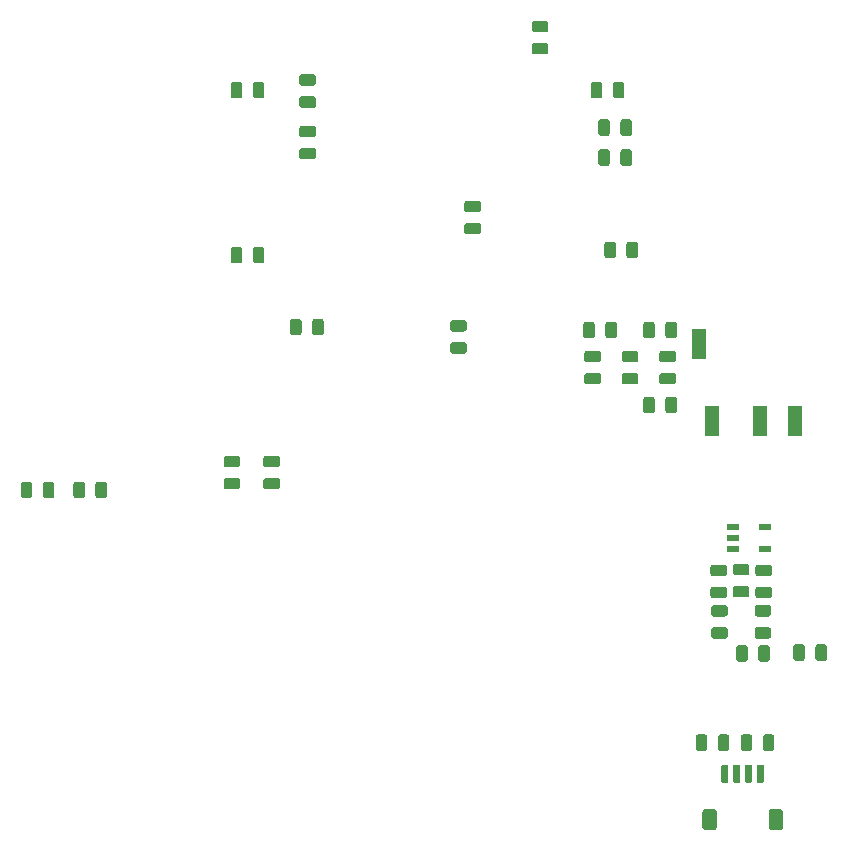
<source format=gbr>
G04 #@! TF.GenerationSoftware,KiCad,Pcbnew,(5.1.5)-3*
G04 #@! TF.CreationDate,2020-01-19T12:10:18+09:00*
G04 #@! TF.ProjectId,MOMI,4d4f4d49-2e6b-4696-9361-645f70636258,rev?*
G04 #@! TF.SameCoordinates,Original*
G04 #@! TF.FileFunction,Paste,Top*
G04 #@! TF.FilePolarity,Positive*
%FSLAX46Y46*%
G04 Gerber Fmt 4.6, Leading zero omitted, Abs format (unit mm)*
G04 Created by KiCad (PCBNEW (5.1.5)-3) date 2020-01-19 12:10:18*
%MOMM*%
%LPD*%
G04 APERTURE LIST*
%ADD10R,1.050000X0.600000*%
%ADD11C,0.100000*%
%ADD12R,1.200000X2.500000*%
G04 APERTURE END LIST*
D10*
X150448000Y-134749500D03*
X150448000Y-136649500D03*
X147748000Y-136649500D03*
X147748000Y-135699500D03*
X147748000Y-134749500D03*
D11*
G36*
X109192142Y-128751174D02*
G01*
X109215803Y-128754684D01*
X109239007Y-128760496D01*
X109261529Y-128768554D01*
X109283153Y-128778782D01*
X109303670Y-128791079D01*
X109322883Y-128805329D01*
X109340607Y-128821393D01*
X109356671Y-128839117D01*
X109370921Y-128858330D01*
X109383218Y-128878847D01*
X109393446Y-128900471D01*
X109401504Y-128922993D01*
X109407316Y-128946197D01*
X109410826Y-128969858D01*
X109412000Y-128993750D01*
X109412000Y-129481250D01*
X109410826Y-129505142D01*
X109407316Y-129528803D01*
X109401504Y-129552007D01*
X109393446Y-129574529D01*
X109383218Y-129596153D01*
X109370921Y-129616670D01*
X109356671Y-129635883D01*
X109340607Y-129653607D01*
X109322883Y-129669671D01*
X109303670Y-129683921D01*
X109283153Y-129696218D01*
X109261529Y-129706446D01*
X109239007Y-129714504D01*
X109215803Y-129720316D01*
X109192142Y-129723826D01*
X109168250Y-129725000D01*
X108255750Y-129725000D01*
X108231858Y-129723826D01*
X108208197Y-129720316D01*
X108184993Y-129714504D01*
X108162471Y-129706446D01*
X108140847Y-129696218D01*
X108120330Y-129683921D01*
X108101117Y-129669671D01*
X108083393Y-129653607D01*
X108067329Y-129635883D01*
X108053079Y-129616670D01*
X108040782Y-129596153D01*
X108030554Y-129574529D01*
X108022496Y-129552007D01*
X108016684Y-129528803D01*
X108013174Y-129505142D01*
X108012000Y-129481250D01*
X108012000Y-128993750D01*
X108013174Y-128969858D01*
X108016684Y-128946197D01*
X108022496Y-128922993D01*
X108030554Y-128900471D01*
X108040782Y-128878847D01*
X108053079Y-128858330D01*
X108067329Y-128839117D01*
X108083393Y-128821393D01*
X108101117Y-128805329D01*
X108120330Y-128791079D01*
X108140847Y-128778782D01*
X108162471Y-128768554D01*
X108184993Y-128760496D01*
X108208197Y-128754684D01*
X108231858Y-128751174D01*
X108255750Y-128750000D01*
X109168250Y-128750000D01*
X109192142Y-128751174D01*
G37*
G36*
X109192142Y-130626174D02*
G01*
X109215803Y-130629684D01*
X109239007Y-130635496D01*
X109261529Y-130643554D01*
X109283153Y-130653782D01*
X109303670Y-130666079D01*
X109322883Y-130680329D01*
X109340607Y-130696393D01*
X109356671Y-130714117D01*
X109370921Y-130733330D01*
X109383218Y-130753847D01*
X109393446Y-130775471D01*
X109401504Y-130797993D01*
X109407316Y-130821197D01*
X109410826Y-130844858D01*
X109412000Y-130868750D01*
X109412000Y-131356250D01*
X109410826Y-131380142D01*
X109407316Y-131403803D01*
X109401504Y-131427007D01*
X109393446Y-131449529D01*
X109383218Y-131471153D01*
X109370921Y-131491670D01*
X109356671Y-131510883D01*
X109340607Y-131528607D01*
X109322883Y-131544671D01*
X109303670Y-131558921D01*
X109283153Y-131571218D01*
X109261529Y-131581446D01*
X109239007Y-131589504D01*
X109215803Y-131595316D01*
X109192142Y-131598826D01*
X109168250Y-131600000D01*
X108255750Y-131600000D01*
X108231858Y-131598826D01*
X108208197Y-131595316D01*
X108184993Y-131589504D01*
X108162471Y-131581446D01*
X108140847Y-131571218D01*
X108120330Y-131558921D01*
X108101117Y-131544671D01*
X108083393Y-131528607D01*
X108067329Y-131510883D01*
X108053079Y-131491670D01*
X108040782Y-131471153D01*
X108030554Y-131449529D01*
X108022496Y-131427007D01*
X108016684Y-131403803D01*
X108013174Y-131380142D01*
X108012000Y-131356250D01*
X108012000Y-130868750D01*
X108013174Y-130844858D01*
X108016684Y-130821197D01*
X108022496Y-130797993D01*
X108030554Y-130775471D01*
X108040782Y-130753847D01*
X108053079Y-130733330D01*
X108067329Y-130714117D01*
X108083393Y-130696393D01*
X108101117Y-130680329D01*
X108120330Y-130666079D01*
X108140847Y-130653782D01*
X108162471Y-130643554D01*
X108184993Y-130635496D01*
X108208197Y-130629684D01*
X108231858Y-130626174D01*
X108255750Y-130625000D01*
X109168250Y-130625000D01*
X109192142Y-130626174D01*
G37*
G36*
X139545142Y-119861174D02*
G01*
X139568803Y-119864684D01*
X139592007Y-119870496D01*
X139614529Y-119878554D01*
X139636153Y-119888782D01*
X139656670Y-119901079D01*
X139675883Y-119915329D01*
X139693607Y-119931393D01*
X139709671Y-119949117D01*
X139723921Y-119968330D01*
X139736218Y-119988847D01*
X139746446Y-120010471D01*
X139754504Y-120032993D01*
X139760316Y-120056197D01*
X139763826Y-120079858D01*
X139765000Y-120103750D01*
X139765000Y-120591250D01*
X139763826Y-120615142D01*
X139760316Y-120638803D01*
X139754504Y-120662007D01*
X139746446Y-120684529D01*
X139736218Y-120706153D01*
X139723921Y-120726670D01*
X139709671Y-120745883D01*
X139693607Y-120763607D01*
X139675883Y-120779671D01*
X139656670Y-120793921D01*
X139636153Y-120806218D01*
X139614529Y-120816446D01*
X139592007Y-120824504D01*
X139568803Y-120830316D01*
X139545142Y-120833826D01*
X139521250Y-120835000D01*
X138608750Y-120835000D01*
X138584858Y-120833826D01*
X138561197Y-120830316D01*
X138537993Y-120824504D01*
X138515471Y-120816446D01*
X138493847Y-120806218D01*
X138473330Y-120793921D01*
X138454117Y-120779671D01*
X138436393Y-120763607D01*
X138420329Y-120745883D01*
X138406079Y-120726670D01*
X138393782Y-120706153D01*
X138383554Y-120684529D01*
X138375496Y-120662007D01*
X138369684Y-120638803D01*
X138366174Y-120615142D01*
X138365000Y-120591250D01*
X138365000Y-120103750D01*
X138366174Y-120079858D01*
X138369684Y-120056197D01*
X138375496Y-120032993D01*
X138383554Y-120010471D01*
X138393782Y-119988847D01*
X138406079Y-119968330D01*
X138420329Y-119949117D01*
X138436393Y-119931393D01*
X138454117Y-119915329D01*
X138473330Y-119901079D01*
X138493847Y-119888782D01*
X138515471Y-119878554D01*
X138537993Y-119870496D01*
X138561197Y-119864684D01*
X138584858Y-119861174D01*
X138608750Y-119860000D01*
X139521250Y-119860000D01*
X139545142Y-119861174D01*
G37*
G36*
X139545142Y-121736174D02*
G01*
X139568803Y-121739684D01*
X139592007Y-121745496D01*
X139614529Y-121753554D01*
X139636153Y-121763782D01*
X139656670Y-121776079D01*
X139675883Y-121790329D01*
X139693607Y-121806393D01*
X139709671Y-121824117D01*
X139723921Y-121843330D01*
X139736218Y-121863847D01*
X139746446Y-121885471D01*
X139754504Y-121907993D01*
X139760316Y-121931197D01*
X139763826Y-121954858D01*
X139765000Y-121978750D01*
X139765000Y-122466250D01*
X139763826Y-122490142D01*
X139760316Y-122513803D01*
X139754504Y-122537007D01*
X139746446Y-122559529D01*
X139736218Y-122581153D01*
X139723921Y-122601670D01*
X139709671Y-122620883D01*
X139693607Y-122638607D01*
X139675883Y-122654671D01*
X139656670Y-122668921D01*
X139636153Y-122681218D01*
X139614529Y-122691446D01*
X139592007Y-122699504D01*
X139568803Y-122705316D01*
X139545142Y-122708826D01*
X139521250Y-122710000D01*
X138608750Y-122710000D01*
X138584858Y-122708826D01*
X138561197Y-122705316D01*
X138537993Y-122699504D01*
X138515471Y-122691446D01*
X138493847Y-122681218D01*
X138473330Y-122668921D01*
X138454117Y-122654671D01*
X138436393Y-122638607D01*
X138420329Y-122620883D01*
X138406079Y-122601670D01*
X138393782Y-122581153D01*
X138383554Y-122559529D01*
X138375496Y-122537007D01*
X138369684Y-122513803D01*
X138366174Y-122490142D01*
X138365000Y-122466250D01*
X138365000Y-121978750D01*
X138366174Y-121954858D01*
X138369684Y-121931197D01*
X138375496Y-121907993D01*
X138383554Y-121885471D01*
X138393782Y-121863847D01*
X138406079Y-121843330D01*
X138420329Y-121824117D01*
X138436393Y-121806393D01*
X138454117Y-121790329D01*
X138473330Y-121776079D01*
X138493847Y-121763782D01*
X138515471Y-121753554D01*
X138537993Y-121745496D01*
X138561197Y-121739684D01*
X138584858Y-121736174D01*
X138608750Y-121735000D01*
X139521250Y-121735000D01*
X139545142Y-121736174D01*
G37*
G36*
X142720142Y-121736174D02*
G01*
X142743803Y-121739684D01*
X142767007Y-121745496D01*
X142789529Y-121753554D01*
X142811153Y-121763782D01*
X142831670Y-121776079D01*
X142850883Y-121790329D01*
X142868607Y-121806393D01*
X142884671Y-121824117D01*
X142898921Y-121843330D01*
X142911218Y-121863847D01*
X142921446Y-121885471D01*
X142929504Y-121907993D01*
X142935316Y-121931197D01*
X142938826Y-121954858D01*
X142940000Y-121978750D01*
X142940000Y-122466250D01*
X142938826Y-122490142D01*
X142935316Y-122513803D01*
X142929504Y-122537007D01*
X142921446Y-122559529D01*
X142911218Y-122581153D01*
X142898921Y-122601670D01*
X142884671Y-122620883D01*
X142868607Y-122638607D01*
X142850883Y-122654671D01*
X142831670Y-122668921D01*
X142811153Y-122681218D01*
X142789529Y-122691446D01*
X142767007Y-122699504D01*
X142743803Y-122705316D01*
X142720142Y-122708826D01*
X142696250Y-122710000D01*
X141783750Y-122710000D01*
X141759858Y-122708826D01*
X141736197Y-122705316D01*
X141712993Y-122699504D01*
X141690471Y-122691446D01*
X141668847Y-122681218D01*
X141648330Y-122668921D01*
X141629117Y-122654671D01*
X141611393Y-122638607D01*
X141595329Y-122620883D01*
X141581079Y-122601670D01*
X141568782Y-122581153D01*
X141558554Y-122559529D01*
X141550496Y-122537007D01*
X141544684Y-122513803D01*
X141541174Y-122490142D01*
X141540000Y-122466250D01*
X141540000Y-121978750D01*
X141541174Y-121954858D01*
X141544684Y-121931197D01*
X141550496Y-121907993D01*
X141558554Y-121885471D01*
X141568782Y-121863847D01*
X141581079Y-121843330D01*
X141595329Y-121824117D01*
X141611393Y-121806393D01*
X141629117Y-121790329D01*
X141648330Y-121776079D01*
X141668847Y-121763782D01*
X141690471Y-121753554D01*
X141712993Y-121745496D01*
X141736197Y-121739684D01*
X141759858Y-121736174D01*
X141783750Y-121735000D01*
X142696250Y-121735000D01*
X142720142Y-121736174D01*
G37*
G36*
X142720142Y-119861174D02*
G01*
X142743803Y-119864684D01*
X142767007Y-119870496D01*
X142789529Y-119878554D01*
X142811153Y-119888782D01*
X142831670Y-119901079D01*
X142850883Y-119915329D01*
X142868607Y-119931393D01*
X142884671Y-119949117D01*
X142898921Y-119968330D01*
X142911218Y-119988847D01*
X142921446Y-120010471D01*
X142929504Y-120032993D01*
X142935316Y-120056197D01*
X142938826Y-120079858D01*
X142940000Y-120103750D01*
X142940000Y-120591250D01*
X142938826Y-120615142D01*
X142935316Y-120638803D01*
X142929504Y-120662007D01*
X142921446Y-120684529D01*
X142911218Y-120706153D01*
X142898921Y-120726670D01*
X142884671Y-120745883D01*
X142868607Y-120763607D01*
X142850883Y-120779671D01*
X142831670Y-120793921D01*
X142811153Y-120806218D01*
X142789529Y-120816446D01*
X142767007Y-120824504D01*
X142743803Y-120830316D01*
X142720142Y-120833826D01*
X142696250Y-120835000D01*
X141783750Y-120835000D01*
X141759858Y-120833826D01*
X141736197Y-120830316D01*
X141712993Y-120824504D01*
X141690471Y-120816446D01*
X141668847Y-120806218D01*
X141648330Y-120793921D01*
X141629117Y-120779671D01*
X141611393Y-120763607D01*
X141595329Y-120745883D01*
X141581079Y-120726670D01*
X141568782Y-120706153D01*
X141558554Y-120684529D01*
X141550496Y-120662007D01*
X141544684Y-120638803D01*
X141541174Y-120615142D01*
X141540000Y-120591250D01*
X141540000Y-120103750D01*
X141541174Y-120079858D01*
X141544684Y-120056197D01*
X141550496Y-120032993D01*
X141558554Y-120010471D01*
X141568782Y-119988847D01*
X141581079Y-119968330D01*
X141595329Y-119949117D01*
X141611393Y-119931393D01*
X141629117Y-119915329D01*
X141648330Y-119901079D01*
X141668847Y-119888782D01*
X141690471Y-119878554D01*
X141712993Y-119870496D01*
X141736197Y-119864684D01*
X141759858Y-119861174D01*
X141783750Y-119860000D01*
X142696250Y-119860000D01*
X142720142Y-119861174D01*
G37*
G36*
X90105142Y-130946174D02*
G01*
X90128803Y-130949684D01*
X90152007Y-130955496D01*
X90174529Y-130963554D01*
X90196153Y-130973782D01*
X90216670Y-130986079D01*
X90235883Y-131000329D01*
X90253607Y-131016393D01*
X90269671Y-131034117D01*
X90283921Y-131053330D01*
X90296218Y-131073847D01*
X90306446Y-131095471D01*
X90314504Y-131117993D01*
X90320316Y-131141197D01*
X90323826Y-131164858D01*
X90325000Y-131188750D01*
X90325000Y-132101250D01*
X90323826Y-132125142D01*
X90320316Y-132148803D01*
X90314504Y-132172007D01*
X90306446Y-132194529D01*
X90296218Y-132216153D01*
X90283921Y-132236670D01*
X90269671Y-132255883D01*
X90253607Y-132273607D01*
X90235883Y-132289671D01*
X90216670Y-132303921D01*
X90196153Y-132316218D01*
X90174529Y-132326446D01*
X90152007Y-132334504D01*
X90128803Y-132340316D01*
X90105142Y-132343826D01*
X90081250Y-132345000D01*
X89593750Y-132345000D01*
X89569858Y-132343826D01*
X89546197Y-132340316D01*
X89522993Y-132334504D01*
X89500471Y-132326446D01*
X89478847Y-132316218D01*
X89458330Y-132303921D01*
X89439117Y-132289671D01*
X89421393Y-132273607D01*
X89405329Y-132255883D01*
X89391079Y-132236670D01*
X89378782Y-132216153D01*
X89368554Y-132194529D01*
X89360496Y-132172007D01*
X89354684Y-132148803D01*
X89351174Y-132125142D01*
X89350000Y-132101250D01*
X89350000Y-131188750D01*
X89351174Y-131164858D01*
X89354684Y-131141197D01*
X89360496Y-131117993D01*
X89368554Y-131095471D01*
X89378782Y-131073847D01*
X89391079Y-131053330D01*
X89405329Y-131034117D01*
X89421393Y-131016393D01*
X89439117Y-131000329D01*
X89458330Y-130986079D01*
X89478847Y-130973782D01*
X89500471Y-130963554D01*
X89522993Y-130955496D01*
X89546197Y-130949684D01*
X89569858Y-130946174D01*
X89593750Y-130945000D01*
X90081250Y-130945000D01*
X90105142Y-130946174D01*
G37*
G36*
X88230142Y-130946174D02*
G01*
X88253803Y-130949684D01*
X88277007Y-130955496D01*
X88299529Y-130963554D01*
X88321153Y-130973782D01*
X88341670Y-130986079D01*
X88360883Y-131000329D01*
X88378607Y-131016393D01*
X88394671Y-131034117D01*
X88408921Y-131053330D01*
X88421218Y-131073847D01*
X88431446Y-131095471D01*
X88439504Y-131117993D01*
X88445316Y-131141197D01*
X88448826Y-131164858D01*
X88450000Y-131188750D01*
X88450000Y-132101250D01*
X88448826Y-132125142D01*
X88445316Y-132148803D01*
X88439504Y-132172007D01*
X88431446Y-132194529D01*
X88421218Y-132216153D01*
X88408921Y-132236670D01*
X88394671Y-132255883D01*
X88378607Y-132273607D01*
X88360883Y-132289671D01*
X88341670Y-132303921D01*
X88321153Y-132316218D01*
X88299529Y-132326446D01*
X88277007Y-132334504D01*
X88253803Y-132340316D01*
X88230142Y-132343826D01*
X88206250Y-132345000D01*
X87718750Y-132345000D01*
X87694858Y-132343826D01*
X87671197Y-132340316D01*
X87647993Y-132334504D01*
X87625471Y-132326446D01*
X87603847Y-132316218D01*
X87583330Y-132303921D01*
X87564117Y-132289671D01*
X87546393Y-132273607D01*
X87530329Y-132255883D01*
X87516079Y-132236670D01*
X87503782Y-132216153D01*
X87493554Y-132194529D01*
X87485496Y-132172007D01*
X87479684Y-132148803D01*
X87476174Y-132125142D01*
X87475000Y-132101250D01*
X87475000Y-131188750D01*
X87476174Y-131164858D01*
X87479684Y-131141197D01*
X87485496Y-131117993D01*
X87493554Y-131095471D01*
X87503782Y-131073847D01*
X87516079Y-131053330D01*
X87530329Y-131034117D01*
X87546393Y-131016393D01*
X87564117Y-131000329D01*
X87583330Y-130986079D01*
X87603847Y-130973782D01*
X87625471Y-130963554D01*
X87647993Y-130955496D01*
X87671197Y-130949684D01*
X87694858Y-130946174D01*
X87718750Y-130945000D01*
X88206250Y-130945000D01*
X88230142Y-130946174D01*
G37*
G36*
X147038142Y-137958674D02*
G01*
X147061803Y-137962184D01*
X147085007Y-137967996D01*
X147107529Y-137976054D01*
X147129153Y-137986282D01*
X147149670Y-137998579D01*
X147168883Y-138012829D01*
X147186607Y-138028893D01*
X147202671Y-138046617D01*
X147216921Y-138065830D01*
X147229218Y-138086347D01*
X147239446Y-138107971D01*
X147247504Y-138130493D01*
X147253316Y-138153697D01*
X147256826Y-138177358D01*
X147258000Y-138201250D01*
X147258000Y-138688750D01*
X147256826Y-138712642D01*
X147253316Y-138736303D01*
X147247504Y-138759507D01*
X147239446Y-138782029D01*
X147229218Y-138803653D01*
X147216921Y-138824170D01*
X147202671Y-138843383D01*
X147186607Y-138861107D01*
X147168883Y-138877171D01*
X147149670Y-138891421D01*
X147129153Y-138903718D01*
X147107529Y-138913946D01*
X147085007Y-138922004D01*
X147061803Y-138927816D01*
X147038142Y-138931326D01*
X147014250Y-138932500D01*
X146101750Y-138932500D01*
X146077858Y-138931326D01*
X146054197Y-138927816D01*
X146030993Y-138922004D01*
X146008471Y-138913946D01*
X145986847Y-138903718D01*
X145966330Y-138891421D01*
X145947117Y-138877171D01*
X145929393Y-138861107D01*
X145913329Y-138843383D01*
X145899079Y-138824170D01*
X145886782Y-138803653D01*
X145876554Y-138782029D01*
X145868496Y-138759507D01*
X145862684Y-138736303D01*
X145859174Y-138712642D01*
X145858000Y-138688750D01*
X145858000Y-138201250D01*
X145859174Y-138177358D01*
X145862684Y-138153697D01*
X145868496Y-138130493D01*
X145876554Y-138107971D01*
X145886782Y-138086347D01*
X145899079Y-138065830D01*
X145913329Y-138046617D01*
X145929393Y-138028893D01*
X145947117Y-138012829D01*
X145966330Y-137998579D01*
X145986847Y-137986282D01*
X146008471Y-137976054D01*
X146030993Y-137967996D01*
X146054197Y-137962184D01*
X146077858Y-137958674D01*
X146101750Y-137957500D01*
X147014250Y-137957500D01*
X147038142Y-137958674D01*
G37*
G36*
X147038142Y-139833674D02*
G01*
X147061803Y-139837184D01*
X147085007Y-139842996D01*
X147107529Y-139851054D01*
X147129153Y-139861282D01*
X147149670Y-139873579D01*
X147168883Y-139887829D01*
X147186607Y-139903893D01*
X147202671Y-139921617D01*
X147216921Y-139940830D01*
X147229218Y-139961347D01*
X147239446Y-139982971D01*
X147247504Y-140005493D01*
X147253316Y-140028697D01*
X147256826Y-140052358D01*
X147258000Y-140076250D01*
X147258000Y-140563750D01*
X147256826Y-140587642D01*
X147253316Y-140611303D01*
X147247504Y-140634507D01*
X147239446Y-140657029D01*
X147229218Y-140678653D01*
X147216921Y-140699170D01*
X147202671Y-140718383D01*
X147186607Y-140736107D01*
X147168883Y-140752171D01*
X147149670Y-140766421D01*
X147129153Y-140778718D01*
X147107529Y-140788946D01*
X147085007Y-140797004D01*
X147061803Y-140802816D01*
X147038142Y-140806326D01*
X147014250Y-140807500D01*
X146101750Y-140807500D01*
X146077858Y-140806326D01*
X146054197Y-140802816D01*
X146030993Y-140797004D01*
X146008471Y-140788946D01*
X145986847Y-140778718D01*
X145966330Y-140766421D01*
X145947117Y-140752171D01*
X145929393Y-140736107D01*
X145913329Y-140718383D01*
X145899079Y-140699170D01*
X145886782Y-140678653D01*
X145876554Y-140657029D01*
X145868496Y-140634507D01*
X145862684Y-140611303D01*
X145859174Y-140587642D01*
X145858000Y-140563750D01*
X145858000Y-140076250D01*
X145859174Y-140052358D01*
X145862684Y-140028697D01*
X145868496Y-140005493D01*
X145876554Y-139982971D01*
X145886782Y-139961347D01*
X145899079Y-139940830D01*
X145913329Y-139921617D01*
X145929393Y-139903893D01*
X145947117Y-139887829D01*
X145966330Y-139873579D01*
X145986847Y-139861282D01*
X146008471Y-139851054D01*
X146030993Y-139842996D01*
X146054197Y-139837184D01*
X146077858Y-139833674D01*
X146101750Y-139832500D01*
X147014250Y-139832500D01*
X147038142Y-139833674D01*
G37*
G36*
X150848142Y-139833674D02*
G01*
X150871803Y-139837184D01*
X150895007Y-139842996D01*
X150917529Y-139851054D01*
X150939153Y-139861282D01*
X150959670Y-139873579D01*
X150978883Y-139887829D01*
X150996607Y-139903893D01*
X151012671Y-139921617D01*
X151026921Y-139940830D01*
X151039218Y-139961347D01*
X151049446Y-139982971D01*
X151057504Y-140005493D01*
X151063316Y-140028697D01*
X151066826Y-140052358D01*
X151068000Y-140076250D01*
X151068000Y-140563750D01*
X151066826Y-140587642D01*
X151063316Y-140611303D01*
X151057504Y-140634507D01*
X151049446Y-140657029D01*
X151039218Y-140678653D01*
X151026921Y-140699170D01*
X151012671Y-140718383D01*
X150996607Y-140736107D01*
X150978883Y-140752171D01*
X150959670Y-140766421D01*
X150939153Y-140778718D01*
X150917529Y-140788946D01*
X150895007Y-140797004D01*
X150871803Y-140802816D01*
X150848142Y-140806326D01*
X150824250Y-140807500D01*
X149911750Y-140807500D01*
X149887858Y-140806326D01*
X149864197Y-140802816D01*
X149840993Y-140797004D01*
X149818471Y-140788946D01*
X149796847Y-140778718D01*
X149776330Y-140766421D01*
X149757117Y-140752171D01*
X149739393Y-140736107D01*
X149723329Y-140718383D01*
X149709079Y-140699170D01*
X149696782Y-140678653D01*
X149686554Y-140657029D01*
X149678496Y-140634507D01*
X149672684Y-140611303D01*
X149669174Y-140587642D01*
X149668000Y-140563750D01*
X149668000Y-140076250D01*
X149669174Y-140052358D01*
X149672684Y-140028697D01*
X149678496Y-140005493D01*
X149686554Y-139982971D01*
X149696782Y-139961347D01*
X149709079Y-139940830D01*
X149723329Y-139921617D01*
X149739393Y-139903893D01*
X149757117Y-139887829D01*
X149776330Y-139873579D01*
X149796847Y-139861282D01*
X149818471Y-139851054D01*
X149840993Y-139842996D01*
X149864197Y-139837184D01*
X149887858Y-139833674D01*
X149911750Y-139832500D01*
X150824250Y-139832500D01*
X150848142Y-139833674D01*
G37*
G36*
X150848142Y-137958674D02*
G01*
X150871803Y-137962184D01*
X150895007Y-137967996D01*
X150917529Y-137976054D01*
X150939153Y-137986282D01*
X150959670Y-137998579D01*
X150978883Y-138012829D01*
X150996607Y-138028893D01*
X151012671Y-138046617D01*
X151026921Y-138065830D01*
X151039218Y-138086347D01*
X151049446Y-138107971D01*
X151057504Y-138130493D01*
X151063316Y-138153697D01*
X151066826Y-138177358D01*
X151068000Y-138201250D01*
X151068000Y-138688750D01*
X151066826Y-138712642D01*
X151063316Y-138736303D01*
X151057504Y-138759507D01*
X151049446Y-138782029D01*
X151039218Y-138803653D01*
X151026921Y-138824170D01*
X151012671Y-138843383D01*
X150996607Y-138861107D01*
X150978883Y-138877171D01*
X150959670Y-138891421D01*
X150939153Y-138903718D01*
X150917529Y-138913946D01*
X150895007Y-138922004D01*
X150871803Y-138927816D01*
X150848142Y-138931326D01*
X150824250Y-138932500D01*
X149911750Y-138932500D01*
X149887858Y-138931326D01*
X149864197Y-138927816D01*
X149840993Y-138922004D01*
X149818471Y-138913946D01*
X149796847Y-138903718D01*
X149776330Y-138891421D01*
X149757117Y-138877171D01*
X149739393Y-138861107D01*
X149723329Y-138843383D01*
X149709079Y-138824170D01*
X149696782Y-138803653D01*
X149686554Y-138782029D01*
X149678496Y-138759507D01*
X149672684Y-138736303D01*
X149669174Y-138712642D01*
X149668000Y-138688750D01*
X149668000Y-138201250D01*
X149669174Y-138177358D01*
X149672684Y-138153697D01*
X149678496Y-138130493D01*
X149686554Y-138107971D01*
X149696782Y-138086347D01*
X149709079Y-138065830D01*
X149723329Y-138046617D01*
X149739393Y-138028893D01*
X149757117Y-138012829D01*
X149776330Y-137998579D01*
X149796847Y-137986282D01*
X149818471Y-137976054D01*
X149840993Y-137967996D01*
X149864197Y-137962184D01*
X149887858Y-137958674D01*
X149911750Y-137957500D01*
X150824250Y-137957500D01*
X150848142Y-137958674D01*
G37*
G36*
X148809142Y-144779674D02*
G01*
X148832803Y-144783184D01*
X148856007Y-144788996D01*
X148878529Y-144797054D01*
X148900153Y-144807282D01*
X148920670Y-144819579D01*
X148939883Y-144833829D01*
X148957607Y-144849893D01*
X148973671Y-144867617D01*
X148987921Y-144886830D01*
X149000218Y-144907347D01*
X149010446Y-144928971D01*
X149018504Y-144951493D01*
X149024316Y-144974697D01*
X149027826Y-144998358D01*
X149029000Y-145022250D01*
X149029000Y-145934750D01*
X149027826Y-145958642D01*
X149024316Y-145982303D01*
X149018504Y-146005507D01*
X149010446Y-146028029D01*
X149000218Y-146049653D01*
X148987921Y-146070170D01*
X148973671Y-146089383D01*
X148957607Y-146107107D01*
X148939883Y-146123171D01*
X148920670Y-146137421D01*
X148900153Y-146149718D01*
X148878529Y-146159946D01*
X148856007Y-146168004D01*
X148832803Y-146173816D01*
X148809142Y-146177326D01*
X148785250Y-146178500D01*
X148297750Y-146178500D01*
X148273858Y-146177326D01*
X148250197Y-146173816D01*
X148226993Y-146168004D01*
X148204471Y-146159946D01*
X148182847Y-146149718D01*
X148162330Y-146137421D01*
X148143117Y-146123171D01*
X148125393Y-146107107D01*
X148109329Y-146089383D01*
X148095079Y-146070170D01*
X148082782Y-146049653D01*
X148072554Y-146028029D01*
X148064496Y-146005507D01*
X148058684Y-145982303D01*
X148055174Y-145958642D01*
X148054000Y-145934750D01*
X148054000Y-145022250D01*
X148055174Y-144998358D01*
X148058684Y-144974697D01*
X148064496Y-144951493D01*
X148072554Y-144928971D01*
X148082782Y-144907347D01*
X148095079Y-144886830D01*
X148109329Y-144867617D01*
X148125393Y-144849893D01*
X148143117Y-144833829D01*
X148162330Y-144819579D01*
X148182847Y-144807282D01*
X148204471Y-144797054D01*
X148226993Y-144788996D01*
X148250197Y-144783184D01*
X148273858Y-144779674D01*
X148297750Y-144778500D01*
X148785250Y-144778500D01*
X148809142Y-144779674D01*
G37*
G36*
X150684142Y-144779674D02*
G01*
X150707803Y-144783184D01*
X150731007Y-144788996D01*
X150753529Y-144797054D01*
X150775153Y-144807282D01*
X150795670Y-144819579D01*
X150814883Y-144833829D01*
X150832607Y-144849893D01*
X150848671Y-144867617D01*
X150862921Y-144886830D01*
X150875218Y-144907347D01*
X150885446Y-144928971D01*
X150893504Y-144951493D01*
X150899316Y-144974697D01*
X150902826Y-144998358D01*
X150904000Y-145022250D01*
X150904000Y-145934750D01*
X150902826Y-145958642D01*
X150899316Y-145982303D01*
X150893504Y-146005507D01*
X150885446Y-146028029D01*
X150875218Y-146049653D01*
X150862921Y-146070170D01*
X150848671Y-146089383D01*
X150832607Y-146107107D01*
X150814883Y-146123171D01*
X150795670Y-146137421D01*
X150775153Y-146149718D01*
X150753529Y-146159946D01*
X150731007Y-146168004D01*
X150707803Y-146173816D01*
X150684142Y-146177326D01*
X150660250Y-146178500D01*
X150172750Y-146178500D01*
X150148858Y-146177326D01*
X150125197Y-146173816D01*
X150101993Y-146168004D01*
X150079471Y-146159946D01*
X150057847Y-146149718D01*
X150037330Y-146137421D01*
X150018117Y-146123171D01*
X150000393Y-146107107D01*
X149984329Y-146089383D01*
X149970079Y-146070170D01*
X149957782Y-146049653D01*
X149947554Y-146028029D01*
X149939496Y-146005507D01*
X149933684Y-145982303D01*
X149930174Y-145958642D01*
X149929000Y-145934750D01*
X149929000Y-145022250D01*
X149930174Y-144998358D01*
X149933684Y-144974697D01*
X149939496Y-144951493D01*
X149947554Y-144928971D01*
X149957782Y-144907347D01*
X149970079Y-144886830D01*
X149984329Y-144867617D01*
X150000393Y-144849893D01*
X150018117Y-144833829D01*
X150037330Y-144819579D01*
X150057847Y-144807282D01*
X150079471Y-144797054D01*
X150101993Y-144788996D01*
X150125197Y-144783184D01*
X150148858Y-144779674D01*
X150172750Y-144778500D01*
X150660250Y-144778500D01*
X150684142Y-144779674D01*
G37*
G36*
X155510142Y-144716174D02*
G01*
X155533803Y-144719684D01*
X155557007Y-144725496D01*
X155579529Y-144733554D01*
X155601153Y-144743782D01*
X155621670Y-144756079D01*
X155640883Y-144770329D01*
X155658607Y-144786393D01*
X155674671Y-144804117D01*
X155688921Y-144823330D01*
X155701218Y-144843847D01*
X155711446Y-144865471D01*
X155719504Y-144887993D01*
X155725316Y-144911197D01*
X155728826Y-144934858D01*
X155730000Y-144958750D01*
X155730000Y-145871250D01*
X155728826Y-145895142D01*
X155725316Y-145918803D01*
X155719504Y-145942007D01*
X155711446Y-145964529D01*
X155701218Y-145986153D01*
X155688921Y-146006670D01*
X155674671Y-146025883D01*
X155658607Y-146043607D01*
X155640883Y-146059671D01*
X155621670Y-146073921D01*
X155601153Y-146086218D01*
X155579529Y-146096446D01*
X155557007Y-146104504D01*
X155533803Y-146110316D01*
X155510142Y-146113826D01*
X155486250Y-146115000D01*
X154998750Y-146115000D01*
X154974858Y-146113826D01*
X154951197Y-146110316D01*
X154927993Y-146104504D01*
X154905471Y-146096446D01*
X154883847Y-146086218D01*
X154863330Y-146073921D01*
X154844117Y-146059671D01*
X154826393Y-146043607D01*
X154810329Y-146025883D01*
X154796079Y-146006670D01*
X154783782Y-145986153D01*
X154773554Y-145964529D01*
X154765496Y-145942007D01*
X154759684Y-145918803D01*
X154756174Y-145895142D01*
X154755000Y-145871250D01*
X154755000Y-144958750D01*
X154756174Y-144934858D01*
X154759684Y-144911197D01*
X154765496Y-144887993D01*
X154773554Y-144865471D01*
X154783782Y-144843847D01*
X154796079Y-144823330D01*
X154810329Y-144804117D01*
X154826393Y-144786393D01*
X154844117Y-144770329D01*
X154863330Y-144756079D01*
X154883847Y-144743782D01*
X154905471Y-144733554D01*
X154927993Y-144725496D01*
X154951197Y-144719684D01*
X154974858Y-144716174D01*
X154998750Y-144715000D01*
X155486250Y-144715000D01*
X155510142Y-144716174D01*
G37*
G36*
X153635142Y-144716174D02*
G01*
X153658803Y-144719684D01*
X153682007Y-144725496D01*
X153704529Y-144733554D01*
X153726153Y-144743782D01*
X153746670Y-144756079D01*
X153765883Y-144770329D01*
X153783607Y-144786393D01*
X153799671Y-144804117D01*
X153813921Y-144823330D01*
X153826218Y-144843847D01*
X153836446Y-144865471D01*
X153844504Y-144887993D01*
X153850316Y-144911197D01*
X153853826Y-144934858D01*
X153855000Y-144958750D01*
X153855000Y-145871250D01*
X153853826Y-145895142D01*
X153850316Y-145918803D01*
X153844504Y-145942007D01*
X153836446Y-145964529D01*
X153826218Y-145986153D01*
X153813921Y-146006670D01*
X153799671Y-146025883D01*
X153783607Y-146043607D01*
X153765883Y-146059671D01*
X153746670Y-146073921D01*
X153726153Y-146086218D01*
X153704529Y-146096446D01*
X153682007Y-146104504D01*
X153658803Y-146110316D01*
X153635142Y-146113826D01*
X153611250Y-146115000D01*
X153123750Y-146115000D01*
X153099858Y-146113826D01*
X153076197Y-146110316D01*
X153052993Y-146104504D01*
X153030471Y-146096446D01*
X153008847Y-146086218D01*
X152988330Y-146073921D01*
X152969117Y-146059671D01*
X152951393Y-146043607D01*
X152935329Y-146025883D01*
X152921079Y-146006670D01*
X152908782Y-145986153D01*
X152898554Y-145964529D01*
X152890496Y-145942007D01*
X152884684Y-145918803D01*
X152881174Y-145895142D01*
X152880000Y-145871250D01*
X152880000Y-144958750D01*
X152881174Y-144934858D01*
X152884684Y-144911197D01*
X152890496Y-144887993D01*
X152898554Y-144865471D01*
X152908782Y-144843847D01*
X152921079Y-144823330D01*
X152935329Y-144804117D01*
X152951393Y-144786393D01*
X152969117Y-144770329D01*
X152988330Y-144756079D01*
X153008847Y-144743782D01*
X153030471Y-144733554D01*
X153052993Y-144725496D01*
X153076197Y-144719684D01*
X153099858Y-144716174D01*
X153123750Y-144715000D01*
X153611250Y-144715000D01*
X153635142Y-144716174D01*
G37*
D12*
X144935000Y-119305000D03*
X146035000Y-125805000D03*
X150035000Y-125805000D03*
X153035000Y-125805000D03*
D11*
G36*
X125003642Y-119132674D02*
G01*
X125027303Y-119136184D01*
X125050507Y-119141996D01*
X125073029Y-119150054D01*
X125094653Y-119160282D01*
X125115170Y-119172579D01*
X125134383Y-119186829D01*
X125152107Y-119202893D01*
X125168171Y-119220617D01*
X125182421Y-119239830D01*
X125194718Y-119260347D01*
X125204946Y-119281971D01*
X125213004Y-119304493D01*
X125218816Y-119327697D01*
X125222326Y-119351358D01*
X125223500Y-119375250D01*
X125223500Y-119862750D01*
X125222326Y-119886642D01*
X125218816Y-119910303D01*
X125213004Y-119933507D01*
X125204946Y-119956029D01*
X125194718Y-119977653D01*
X125182421Y-119998170D01*
X125168171Y-120017383D01*
X125152107Y-120035107D01*
X125134383Y-120051171D01*
X125115170Y-120065421D01*
X125094653Y-120077718D01*
X125073029Y-120087946D01*
X125050507Y-120096004D01*
X125027303Y-120101816D01*
X125003642Y-120105326D01*
X124979750Y-120106500D01*
X124067250Y-120106500D01*
X124043358Y-120105326D01*
X124019697Y-120101816D01*
X123996493Y-120096004D01*
X123973971Y-120087946D01*
X123952347Y-120077718D01*
X123931830Y-120065421D01*
X123912617Y-120051171D01*
X123894893Y-120035107D01*
X123878829Y-120017383D01*
X123864579Y-119998170D01*
X123852282Y-119977653D01*
X123842054Y-119956029D01*
X123833996Y-119933507D01*
X123828184Y-119910303D01*
X123824674Y-119886642D01*
X123823500Y-119862750D01*
X123823500Y-119375250D01*
X123824674Y-119351358D01*
X123828184Y-119327697D01*
X123833996Y-119304493D01*
X123842054Y-119281971D01*
X123852282Y-119260347D01*
X123864579Y-119239830D01*
X123878829Y-119220617D01*
X123894893Y-119202893D01*
X123912617Y-119186829D01*
X123931830Y-119172579D01*
X123952347Y-119160282D01*
X123973971Y-119150054D01*
X123996493Y-119141996D01*
X124019697Y-119136184D01*
X124043358Y-119132674D01*
X124067250Y-119131500D01*
X124979750Y-119131500D01*
X125003642Y-119132674D01*
G37*
G36*
X125003642Y-117257674D02*
G01*
X125027303Y-117261184D01*
X125050507Y-117266996D01*
X125073029Y-117275054D01*
X125094653Y-117285282D01*
X125115170Y-117297579D01*
X125134383Y-117311829D01*
X125152107Y-117327893D01*
X125168171Y-117345617D01*
X125182421Y-117364830D01*
X125194718Y-117385347D01*
X125204946Y-117406971D01*
X125213004Y-117429493D01*
X125218816Y-117452697D01*
X125222326Y-117476358D01*
X125223500Y-117500250D01*
X125223500Y-117987750D01*
X125222326Y-118011642D01*
X125218816Y-118035303D01*
X125213004Y-118058507D01*
X125204946Y-118081029D01*
X125194718Y-118102653D01*
X125182421Y-118123170D01*
X125168171Y-118142383D01*
X125152107Y-118160107D01*
X125134383Y-118176171D01*
X125115170Y-118190421D01*
X125094653Y-118202718D01*
X125073029Y-118212946D01*
X125050507Y-118221004D01*
X125027303Y-118226816D01*
X125003642Y-118230326D01*
X124979750Y-118231500D01*
X124067250Y-118231500D01*
X124043358Y-118230326D01*
X124019697Y-118226816D01*
X123996493Y-118221004D01*
X123973971Y-118212946D01*
X123952347Y-118202718D01*
X123931830Y-118190421D01*
X123912617Y-118176171D01*
X123894893Y-118160107D01*
X123878829Y-118142383D01*
X123864579Y-118123170D01*
X123852282Y-118102653D01*
X123842054Y-118081029D01*
X123833996Y-118058507D01*
X123828184Y-118035303D01*
X123824674Y-118011642D01*
X123823500Y-117987750D01*
X123823500Y-117500250D01*
X123824674Y-117476358D01*
X123828184Y-117452697D01*
X123833996Y-117429493D01*
X123842054Y-117406971D01*
X123852282Y-117385347D01*
X123864579Y-117364830D01*
X123878829Y-117345617D01*
X123894893Y-117327893D01*
X123912617Y-117311829D01*
X123931830Y-117297579D01*
X123952347Y-117285282D01*
X123973971Y-117275054D01*
X123996493Y-117266996D01*
X124019697Y-117261184D01*
X124043358Y-117257674D01*
X124067250Y-117256500D01*
X124979750Y-117256500D01*
X125003642Y-117257674D01*
G37*
G36*
X111026642Y-117157174D02*
G01*
X111050303Y-117160684D01*
X111073507Y-117166496D01*
X111096029Y-117174554D01*
X111117653Y-117184782D01*
X111138170Y-117197079D01*
X111157383Y-117211329D01*
X111175107Y-117227393D01*
X111191171Y-117245117D01*
X111205421Y-117264330D01*
X111217718Y-117284847D01*
X111227946Y-117306471D01*
X111236004Y-117328993D01*
X111241816Y-117352197D01*
X111245326Y-117375858D01*
X111246500Y-117399750D01*
X111246500Y-118312250D01*
X111245326Y-118336142D01*
X111241816Y-118359803D01*
X111236004Y-118383007D01*
X111227946Y-118405529D01*
X111217718Y-118427153D01*
X111205421Y-118447670D01*
X111191171Y-118466883D01*
X111175107Y-118484607D01*
X111157383Y-118500671D01*
X111138170Y-118514921D01*
X111117653Y-118527218D01*
X111096029Y-118537446D01*
X111073507Y-118545504D01*
X111050303Y-118551316D01*
X111026642Y-118554826D01*
X111002750Y-118556000D01*
X110515250Y-118556000D01*
X110491358Y-118554826D01*
X110467697Y-118551316D01*
X110444493Y-118545504D01*
X110421971Y-118537446D01*
X110400347Y-118527218D01*
X110379830Y-118514921D01*
X110360617Y-118500671D01*
X110342893Y-118484607D01*
X110326829Y-118466883D01*
X110312579Y-118447670D01*
X110300282Y-118427153D01*
X110290054Y-118405529D01*
X110281996Y-118383007D01*
X110276184Y-118359803D01*
X110272674Y-118336142D01*
X110271500Y-118312250D01*
X110271500Y-117399750D01*
X110272674Y-117375858D01*
X110276184Y-117352197D01*
X110281996Y-117328993D01*
X110290054Y-117306471D01*
X110300282Y-117284847D01*
X110312579Y-117264330D01*
X110326829Y-117245117D01*
X110342893Y-117227393D01*
X110360617Y-117211329D01*
X110379830Y-117197079D01*
X110400347Y-117184782D01*
X110421971Y-117174554D01*
X110444493Y-117166496D01*
X110467697Y-117160684D01*
X110491358Y-117157174D01*
X110515250Y-117156000D01*
X111002750Y-117156000D01*
X111026642Y-117157174D01*
G37*
G36*
X112901642Y-117157174D02*
G01*
X112925303Y-117160684D01*
X112948507Y-117166496D01*
X112971029Y-117174554D01*
X112992653Y-117184782D01*
X113013170Y-117197079D01*
X113032383Y-117211329D01*
X113050107Y-117227393D01*
X113066171Y-117245117D01*
X113080421Y-117264330D01*
X113092718Y-117284847D01*
X113102946Y-117306471D01*
X113111004Y-117328993D01*
X113116816Y-117352197D01*
X113120326Y-117375858D01*
X113121500Y-117399750D01*
X113121500Y-118312250D01*
X113120326Y-118336142D01*
X113116816Y-118359803D01*
X113111004Y-118383007D01*
X113102946Y-118405529D01*
X113092718Y-118427153D01*
X113080421Y-118447670D01*
X113066171Y-118466883D01*
X113050107Y-118484607D01*
X113032383Y-118500671D01*
X113013170Y-118514921D01*
X112992653Y-118527218D01*
X112971029Y-118537446D01*
X112948507Y-118545504D01*
X112925303Y-118551316D01*
X112901642Y-118554826D01*
X112877750Y-118556000D01*
X112390250Y-118556000D01*
X112366358Y-118554826D01*
X112342697Y-118551316D01*
X112319493Y-118545504D01*
X112296971Y-118537446D01*
X112275347Y-118527218D01*
X112254830Y-118514921D01*
X112235617Y-118500671D01*
X112217893Y-118484607D01*
X112201829Y-118466883D01*
X112187579Y-118447670D01*
X112175282Y-118427153D01*
X112165054Y-118405529D01*
X112156996Y-118383007D01*
X112151184Y-118359803D01*
X112147674Y-118336142D01*
X112146500Y-118312250D01*
X112146500Y-117399750D01*
X112147674Y-117375858D01*
X112151184Y-117352197D01*
X112156996Y-117328993D01*
X112165054Y-117306471D01*
X112175282Y-117284847D01*
X112187579Y-117264330D01*
X112201829Y-117245117D01*
X112217893Y-117227393D01*
X112235617Y-117211329D01*
X112254830Y-117197079D01*
X112275347Y-117184782D01*
X112296971Y-117174554D01*
X112319493Y-117166496D01*
X112342697Y-117160684D01*
X112366358Y-117157174D01*
X112390250Y-117156000D01*
X112877750Y-117156000D01*
X112901642Y-117157174D01*
G37*
G36*
X139000142Y-100266174D02*
G01*
X139023803Y-100269684D01*
X139047007Y-100275496D01*
X139069529Y-100283554D01*
X139091153Y-100293782D01*
X139111670Y-100306079D01*
X139130883Y-100320329D01*
X139148607Y-100336393D01*
X139164671Y-100354117D01*
X139178921Y-100373330D01*
X139191218Y-100393847D01*
X139201446Y-100415471D01*
X139209504Y-100437993D01*
X139215316Y-100461197D01*
X139218826Y-100484858D01*
X139220000Y-100508750D01*
X139220000Y-101421250D01*
X139218826Y-101445142D01*
X139215316Y-101468803D01*
X139209504Y-101492007D01*
X139201446Y-101514529D01*
X139191218Y-101536153D01*
X139178921Y-101556670D01*
X139164671Y-101575883D01*
X139148607Y-101593607D01*
X139130883Y-101609671D01*
X139111670Y-101623921D01*
X139091153Y-101636218D01*
X139069529Y-101646446D01*
X139047007Y-101654504D01*
X139023803Y-101660316D01*
X139000142Y-101663826D01*
X138976250Y-101665000D01*
X138488750Y-101665000D01*
X138464858Y-101663826D01*
X138441197Y-101660316D01*
X138417993Y-101654504D01*
X138395471Y-101646446D01*
X138373847Y-101636218D01*
X138353330Y-101623921D01*
X138334117Y-101609671D01*
X138316393Y-101593607D01*
X138300329Y-101575883D01*
X138286079Y-101556670D01*
X138273782Y-101536153D01*
X138263554Y-101514529D01*
X138255496Y-101492007D01*
X138249684Y-101468803D01*
X138246174Y-101445142D01*
X138245000Y-101421250D01*
X138245000Y-100508750D01*
X138246174Y-100484858D01*
X138249684Y-100461197D01*
X138255496Y-100437993D01*
X138263554Y-100415471D01*
X138273782Y-100393847D01*
X138286079Y-100373330D01*
X138300329Y-100354117D01*
X138316393Y-100336393D01*
X138334117Y-100320329D01*
X138353330Y-100306079D01*
X138373847Y-100293782D01*
X138395471Y-100283554D01*
X138417993Y-100275496D01*
X138441197Y-100269684D01*
X138464858Y-100266174D01*
X138488750Y-100265000D01*
X138976250Y-100265000D01*
X139000142Y-100266174D01*
G37*
G36*
X137125142Y-100266174D02*
G01*
X137148803Y-100269684D01*
X137172007Y-100275496D01*
X137194529Y-100283554D01*
X137216153Y-100293782D01*
X137236670Y-100306079D01*
X137255883Y-100320329D01*
X137273607Y-100336393D01*
X137289671Y-100354117D01*
X137303921Y-100373330D01*
X137316218Y-100393847D01*
X137326446Y-100415471D01*
X137334504Y-100437993D01*
X137340316Y-100461197D01*
X137343826Y-100484858D01*
X137345000Y-100508750D01*
X137345000Y-101421250D01*
X137343826Y-101445142D01*
X137340316Y-101468803D01*
X137334504Y-101492007D01*
X137326446Y-101514529D01*
X137316218Y-101536153D01*
X137303921Y-101556670D01*
X137289671Y-101575883D01*
X137273607Y-101593607D01*
X137255883Y-101609671D01*
X137236670Y-101623921D01*
X137216153Y-101636218D01*
X137194529Y-101646446D01*
X137172007Y-101654504D01*
X137148803Y-101660316D01*
X137125142Y-101663826D01*
X137101250Y-101665000D01*
X136613750Y-101665000D01*
X136589858Y-101663826D01*
X136566197Y-101660316D01*
X136542993Y-101654504D01*
X136520471Y-101646446D01*
X136498847Y-101636218D01*
X136478330Y-101623921D01*
X136459117Y-101609671D01*
X136441393Y-101593607D01*
X136425329Y-101575883D01*
X136411079Y-101556670D01*
X136398782Y-101536153D01*
X136388554Y-101514529D01*
X136380496Y-101492007D01*
X136374684Y-101468803D01*
X136371174Y-101445142D01*
X136370000Y-101421250D01*
X136370000Y-100508750D01*
X136371174Y-100484858D01*
X136374684Y-100461197D01*
X136380496Y-100437993D01*
X136388554Y-100415471D01*
X136398782Y-100393847D01*
X136411079Y-100373330D01*
X136425329Y-100354117D01*
X136441393Y-100336393D01*
X136459117Y-100320329D01*
X136478330Y-100306079D01*
X136498847Y-100293782D01*
X136520471Y-100283554D01*
X136542993Y-100275496D01*
X136566197Y-100269684D01*
X136589858Y-100266174D01*
X136613750Y-100265000D01*
X137101250Y-100265000D01*
X137125142Y-100266174D01*
G37*
G36*
X139000142Y-102806174D02*
G01*
X139023803Y-102809684D01*
X139047007Y-102815496D01*
X139069529Y-102823554D01*
X139091153Y-102833782D01*
X139111670Y-102846079D01*
X139130883Y-102860329D01*
X139148607Y-102876393D01*
X139164671Y-102894117D01*
X139178921Y-102913330D01*
X139191218Y-102933847D01*
X139201446Y-102955471D01*
X139209504Y-102977993D01*
X139215316Y-103001197D01*
X139218826Y-103024858D01*
X139220000Y-103048750D01*
X139220000Y-103961250D01*
X139218826Y-103985142D01*
X139215316Y-104008803D01*
X139209504Y-104032007D01*
X139201446Y-104054529D01*
X139191218Y-104076153D01*
X139178921Y-104096670D01*
X139164671Y-104115883D01*
X139148607Y-104133607D01*
X139130883Y-104149671D01*
X139111670Y-104163921D01*
X139091153Y-104176218D01*
X139069529Y-104186446D01*
X139047007Y-104194504D01*
X139023803Y-104200316D01*
X139000142Y-104203826D01*
X138976250Y-104205000D01*
X138488750Y-104205000D01*
X138464858Y-104203826D01*
X138441197Y-104200316D01*
X138417993Y-104194504D01*
X138395471Y-104186446D01*
X138373847Y-104176218D01*
X138353330Y-104163921D01*
X138334117Y-104149671D01*
X138316393Y-104133607D01*
X138300329Y-104115883D01*
X138286079Y-104096670D01*
X138273782Y-104076153D01*
X138263554Y-104054529D01*
X138255496Y-104032007D01*
X138249684Y-104008803D01*
X138246174Y-103985142D01*
X138245000Y-103961250D01*
X138245000Y-103048750D01*
X138246174Y-103024858D01*
X138249684Y-103001197D01*
X138255496Y-102977993D01*
X138263554Y-102955471D01*
X138273782Y-102933847D01*
X138286079Y-102913330D01*
X138300329Y-102894117D01*
X138316393Y-102876393D01*
X138334117Y-102860329D01*
X138353330Y-102846079D01*
X138373847Y-102833782D01*
X138395471Y-102823554D01*
X138417993Y-102815496D01*
X138441197Y-102809684D01*
X138464858Y-102806174D01*
X138488750Y-102805000D01*
X138976250Y-102805000D01*
X139000142Y-102806174D01*
G37*
G36*
X137125142Y-102806174D02*
G01*
X137148803Y-102809684D01*
X137172007Y-102815496D01*
X137194529Y-102823554D01*
X137216153Y-102833782D01*
X137236670Y-102846079D01*
X137255883Y-102860329D01*
X137273607Y-102876393D01*
X137289671Y-102894117D01*
X137303921Y-102913330D01*
X137316218Y-102933847D01*
X137326446Y-102955471D01*
X137334504Y-102977993D01*
X137340316Y-103001197D01*
X137343826Y-103024858D01*
X137345000Y-103048750D01*
X137345000Y-103961250D01*
X137343826Y-103985142D01*
X137340316Y-104008803D01*
X137334504Y-104032007D01*
X137326446Y-104054529D01*
X137316218Y-104076153D01*
X137303921Y-104096670D01*
X137289671Y-104115883D01*
X137273607Y-104133607D01*
X137255883Y-104149671D01*
X137236670Y-104163921D01*
X137216153Y-104176218D01*
X137194529Y-104186446D01*
X137172007Y-104194504D01*
X137148803Y-104200316D01*
X137125142Y-104203826D01*
X137101250Y-104205000D01*
X136613750Y-104205000D01*
X136589858Y-104203826D01*
X136566197Y-104200316D01*
X136542993Y-104194504D01*
X136520471Y-104186446D01*
X136498847Y-104176218D01*
X136478330Y-104163921D01*
X136459117Y-104149671D01*
X136441393Y-104133607D01*
X136425329Y-104115883D01*
X136411079Y-104096670D01*
X136398782Y-104076153D01*
X136388554Y-104054529D01*
X136380496Y-104032007D01*
X136374684Y-104008803D01*
X136371174Y-103985142D01*
X136370000Y-103961250D01*
X136370000Y-103048750D01*
X136371174Y-103024858D01*
X136374684Y-103001197D01*
X136380496Y-102977993D01*
X136388554Y-102955471D01*
X136398782Y-102933847D01*
X136411079Y-102913330D01*
X136425329Y-102894117D01*
X136441393Y-102876393D01*
X136459117Y-102860329D01*
X136478330Y-102846079D01*
X136498847Y-102833782D01*
X136520471Y-102823554D01*
X136542993Y-102815496D01*
X136566197Y-102809684D01*
X136589858Y-102806174D01*
X136613750Y-102805000D01*
X137101250Y-102805000D01*
X137125142Y-102806174D01*
G37*
G36*
X139508142Y-110616674D02*
G01*
X139531803Y-110620184D01*
X139555007Y-110625996D01*
X139577529Y-110634054D01*
X139599153Y-110644282D01*
X139619670Y-110656579D01*
X139638883Y-110670829D01*
X139656607Y-110686893D01*
X139672671Y-110704617D01*
X139686921Y-110723830D01*
X139699218Y-110744347D01*
X139709446Y-110765971D01*
X139717504Y-110788493D01*
X139723316Y-110811697D01*
X139726826Y-110835358D01*
X139728000Y-110859250D01*
X139728000Y-111771750D01*
X139726826Y-111795642D01*
X139723316Y-111819303D01*
X139717504Y-111842507D01*
X139709446Y-111865029D01*
X139699218Y-111886653D01*
X139686921Y-111907170D01*
X139672671Y-111926383D01*
X139656607Y-111944107D01*
X139638883Y-111960171D01*
X139619670Y-111974421D01*
X139599153Y-111986718D01*
X139577529Y-111996946D01*
X139555007Y-112005004D01*
X139531803Y-112010816D01*
X139508142Y-112014326D01*
X139484250Y-112015500D01*
X138996750Y-112015500D01*
X138972858Y-112014326D01*
X138949197Y-112010816D01*
X138925993Y-112005004D01*
X138903471Y-111996946D01*
X138881847Y-111986718D01*
X138861330Y-111974421D01*
X138842117Y-111960171D01*
X138824393Y-111944107D01*
X138808329Y-111926383D01*
X138794079Y-111907170D01*
X138781782Y-111886653D01*
X138771554Y-111865029D01*
X138763496Y-111842507D01*
X138757684Y-111819303D01*
X138754174Y-111795642D01*
X138753000Y-111771750D01*
X138753000Y-110859250D01*
X138754174Y-110835358D01*
X138757684Y-110811697D01*
X138763496Y-110788493D01*
X138771554Y-110765971D01*
X138781782Y-110744347D01*
X138794079Y-110723830D01*
X138808329Y-110704617D01*
X138824393Y-110686893D01*
X138842117Y-110670829D01*
X138861330Y-110656579D01*
X138881847Y-110644282D01*
X138903471Y-110634054D01*
X138925993Y-110625996D01*
X138949197Y-110620184D01*
X138972858Y-110616674D01*
X138996750Y-110615500D01*
X139484250Y-110615500D01*
X139508142Y-110616674D01*
G37*
G36*
X137633142Y-110616674D02*
G01*
X137656803Y-110620184D01*
X137680007Y-110625996D01*
X137702529Y-110634054D01*
X137724153Y-110644282D01*
X137744670Y-110656579D01*
X137763883Y-110670829D01*
X137781607Y-110686893D01*
X137797671Y-110704617D01*
X137811921Y-110723830D01*
X137824218Y-110744347D01*
X137834446Y-110765971D01*
X137842504Y-110788493D01*
X137848316Y-110811697D01*
X137851826Y-110835358D01*
X137853000Y-110859250D01*
X137853000Y-111771750D01*
X137851826Y-111795642D01*
X137848316Y-111819303D01*
X137842504Y-111842507D01*
X137834446Y-111865029D01*
X137824218Y-111886653D01*
X137811921Y-111907170D01*
X137797671Y-111926383D01*
X137781607Y-111944107D01*
X137763883Y-111960171D01*
X137744670Y-111974421D01*
X137724153Y-111986718D01*
X137702529Y-111996946D01*
X137680007Y-112005004D01*
X137656803Y-112010816D01*
X137633142Y-112014326D01*
X137609250Y-112015500D01*
X137121750Y-112015500D01*
X137097858Y-112014326D01*
X137074197Y-112010816D01*
X137050993Y-112005004D01*
X137028471Y-111996946D01*
X137006847Y-111986718D01*
X136986330Y-111974421D01*
X136967117Y-111960171D01*
X136949393Y-111944107D01*
X136933329Y-111926383D01*
X136919079Y-111907170D01*
X136906782Y-111886653D01*
X136896554Y-111865029D01*
X136888496Y-111842507D01*
X136882684Y-111819303D01*
X136879174Y-111795642D01*
X136878000Y-111771750D01*
X136878000Y-110859250D01*
X136879174Y-110835358D01*
X136882684Y-110811697D01*
X136888496Y-110788493D01*
X136896554Y-110765971D01*
X136906782Y-110744347D01*
X136919079Y-110723830D01*
X136933329Y-110704617D01*
X136949393Y-110686893D01*
X136967117Y-110670829D01*
X136986330Y-110656579D01*
X137006847Y-110644282D01*
X137028471Y-110634054D01*
X137050993Y-110625996D01*
X137074197Y-110620184D01*
X137097858Y-110616674D01*
X137121750Y-110615500D01*
X137609250Y-110615500D01*
X137633142Y-110616674D01*
G37*
G36*
X145380142Y-152336174D02*
G01*
X145403803Y-152339684D01*
X145427007Y-152345496D01*
X145449529Y-152353554D01*
X145471153Y-152363782D01*
X145491670Y-152376079D01*
X145510883Y-152390329D01*
X145528607Y-152406393D01*
X145544671Y-152424117D01*
X145558921Y-152443330D01*
X145571218Y-152463847D01*
X145581446Y-152485471D01*
X145589504Y-152507993D01*
X145595316Y-152531197D01*
X145598826Y-152554858D01*
X145600000Y-152578750D01*
X145600000Y-153491250D01*
X145598826Y-153515142D01*
X145595316Y-153538803D01*
X145589504Y-153562007D01*
X145581446Y-153584529D01*
X145571218Y-153606153D01*
X145558921Y-153626670D01*
X145544671Y-153645883D01*
X145528607Y-153663607D01*
X145510883Y-153679671D01*
X145491670Y-153693921D01*
X145471153Y-153706218D01*
X145449529Y-153716446D01*
X145427007Y-153724504D01*
X145403803Y-153730316D01*
X145380142Y-153733826D01*
X145356250Y-153735000D01*
X144868750Y-153735000D01*
X144844858Y-153733826D01*
X144821197Y-153730316D01*
X144797993Y-153724504D01*
X144775471Y-153716446D01*
X144753847Y-153706218D01*
X144733330Y-153693921D01*
X144714117Y-153679671D01*
X144696393Y-153663607D01*
X144680329Y-153645883D01*
X144666079Y-153626670D01*
X144653782Y-153606153D01*
X144643554Y-153584529D01*
X144635496Y-153562007D01*
X144629684Y-153538803D01*
X144626174Y-153515142D01*
X144625000Y-153491250D01*
X144625000Y-152578750D01*
X144626174Y-152554858D01*
X144629684Y-152531197D01*
X144635496Y-152507993D01*
X144643554Y-152485471D01*
X144653782Y-152463847D01*
X144666079Y-152443330D01*
X144680329Y-152424117D01*
X144696393Y-152406393D01*
X144714117Y-152390329D01*
X144733330Y-152376079D01*
X144753847Y-152363782D01*
X144775471Y-152353554D01*
X144797993Y-152345496D01*
X144821197Y-152339684D01*
X144844858Y-152336174D01*
X144868750Y-152335000D01*
X145356250Y-152335000D01*
X145380142Y-152336174D01*
G37*
G36*
X147255142Y-152336174D02*
G01*
X147278803Y-152339684D01*
X147302007Y-152345496D01*
X147324529Y-152353554D01*
X147346153Y-152363782D01*
X147366670Y-152376079D01*
X147385883Y-152390329D01*
X147403607Y-152406393D01*
X147419671Y-152424117D01*
X147433921Y-152443330D01*
X147446218Y-152463847D01*
X147456446Y-152485471D01*
X147464504Y-152507993D01*
X147470316Y-152531197D01*
X147473826Y-152554858D01*
X147475000Y-152578750D01*
X147475000Y-153491250D01*
X147473826Y-153515142D01*
X147470316Y-153538803D01*
X147464504Y-153562007D01*
X147456446Y-153584529D01*
X147446218Y-153606153D01*
X147433921Y-153626670D01*
X147419671Y-153645883D01*
X147403607Y-153663607D01*
X147385883Y-153679671D01*
X147366670Y-153693921D01*
X147346153Y-153706218D01*
X147324529Y-153716446D01*
X147302007Y-153724504D01*
X147278803Y-153730316D01*
X147255142Y-153733826D01*
X147231250Y-153735000D01*
X146743750Y-153735000D01*
X146719858Y-153733826D01*
X146696197Y-153730316D01*
X146672993Y-153724504D01*
X146650471Y-153716446D01*
X146628847Y-153706218D01*
X146608330Y-153693921D01*
X146589117Y-153679671D01*
X146571393Y-153663607D01*
X146555329Y-153645883D01*
X146541079Y-153626670D01*
X146528782Y-153606153D01*
X146518554Y-153584529D01*
X146510496Y-153562007D01*
X146504684Y-153538803D01*
X146501174Y-153515142D01*
X146500000Y-153491250D01*
X146500000Y-152578750D01*
X146501174Y-152554858D01*
X146504684Y-152531197D01*
X146510496Y-152507993D01*
X146518554Y-152485471D01*
X146528782Y-152463847D01*
X146541079Y-152443330D01*
X146555329Y-152424117D01*
X146571393Y-152406393D01*
X146589117Y-152390329D01*
X146608330Y-152376079D01*
X146628847Y-152363782D01*
X146650471Y-152353554D01*
X146672993Y-152345496D01*
X146696197Y-152339684D01*
X146719858Y-152336174D01*
X146743750Y-152335000D01*
X147231250Y-152335000D01*
X147255142Y-152336174D01*
G37*
G36*
X151065142Y-152336174D02*
G01*
X151088803Y-152339684D01*
X151112007Y-152345496D01*
X151134529Y-152353554D01*
X151156153Y-152363782D01*
X151176670Y-152376079D01*
X151195883Y-152390329D01*
X151213607Y-152406393D01*
X151229671Y-152424117D01*
X151243921Y-152443330D01*
X151256218Y-152463847D01*
X151266446Y-152485471D01*
X151274504Y-152507993D01*
X151280316Y-152531197D01*
X151283826Y-152554858D01*
X151285000Y-152578750D01*
X151285000Y-153491250D01*
X151283826Y-153515142D01*
X151280316Y-153538803D01*
X151274504Y-153562007D01*
X151266446Y-153584529D01*
X151256218Y-153606153D01*
X151243921Y-153626670D01*
X151229671Y-153645883D01*
X151213607Y-153663607D01*
X151195883Y-153679671D01*
X151176670Y-153693921D01*
X151156153Y-153706218D01*
X151134529Y-153716446D01*
X151112007Y-153724504D01*
X151088803Y-153730316D01*
X151065142Y-153733826D01*
X151041250Y-153735000D01*
X150553750Y-153735000D01*
X150529858Y-153733826D01*
X150506197Y-153730316D01*
X150482993Y-153724504D01*
X150460471Y-153716446D01*
X150438847Y-153706218D01*
X150418330Y-153693921D01*
X150399117Y-153679671D01*
X150381393Y-153663607D01*
X150365329Y-153645883D01*
X150351079Y-153626670D01*
X150338782Y-153606153D01*
X150328554Y-153584529D01*
X150320496Y-153562007D01*
X150314684Y-153538803D01*
X150311174Y-153515142D01*
X150310000Y-153491250D01*
X150310000Y-152578750D01*
X150311174Y-152554858D01*
X150314684Y-152531197D01*
X150320496Y-152507993D01*
X150328554Y-152485471D01*
X150338782Y-152463847D01*
X150351079Y-152443330D01*
X150365329Y-152424117D01*
X150381393Y-152406393D01*
X150399117Y-152390329D01*
X150418330Y-152376079D01*
X150438847Y-152363782D01*
X150460471Y-152353554D01*
X150482993Y-152345496D01*
X150506197Y-152339684D01*
X150529858Y-152336174D01*
X150553750Y-152335000D01*
X151041250Y-152335000D01*
X151065142Y-152336174D01*
G37*
G36*
X149190142Y-152336174D02*
G01*
X149213803Y-152339684D01*
X149237007Y-152345496D01*
X149259529Y-152353554D01*
X149281153Y-152363782D01*
X149301670Y-152376079D01*
X149320883Y-152390329D01*
X149338607Y-152406393D01*
X149354671Y-152424117D01*
X149368921Y-152443330D01*
X149381218Y-152463847D01*
X149391446Y-152485471D01*
X149399504Y-152507993D01*
X149405316Y-152531197D01*
X149408826Y-152554858D01*
X149410000Y-152578750D01*
X149410000Y-153491250D01*
X149408826Y-153515142D01*
X149405316Y-153538803D01*
X149399504Y-153562007D01*
X149391446Y-153584529D01*
X149381218Y-153606153D01*
X149368921Y-153626670D01*
X149354671Y-153645883D01*
X149338607Y-153663607D01*
X149320883Y-153679671D01*
X149301670Y-153693921D01*
X149281153Y-153706218D01*
X149259529Y-153716446D01*
X149237007Y-153724504D01*
X149213803Y-153730316D01*
X149190142Y-153733826D01*
X149166250Y-153735000D01*
X148678750Y-153735000D01*
X148654858Y-153733826D01*
X148631197Y-153730316D01*
X148607993Y-153724504D01*
X148585471Y-153716446D01*
X148563847Y-153706218D01*
X148543330Y-153693921D01*
X148524117Y-153679671D01*
X148506393Y-153663607D01*
X148490329Y-153645883D01*
X148476079Y-153626670D01*
X148463782Y-153606153D01*
X148453554Y-153584529D01*
X148445496Y-153562007D01*
X148439684Y-153538803D01*
X148436174Y-153515142D01*
X148435000Y-153491250D01*
X148435000Y-152578750D01*
X148436174Y-152554858D01*
X148439684Y-152531197D01*
X148445496Y-152507993D01*
X148453554Y-152485471D01*
X148463782Y-152463847D01*
X148476079Y-152443330D01*
X148490329Y-152424117D01*
X148506393Y-152406393D01*
X148524117Y-152390329D01*
X148543330Y-152376079D01*
X148563847Y-152363782D01*
X148585471Y-152353554D01*
X148607993Y-152345496D01*
X148631197Y-152339684D01*
X148654858Y-152336174D01*
X148678750Y-152335000D01*
X149166250Y-152335000D01*
X149190142Y-152336174D01*
G37*
G36*
X138365142Y-97091174D02*
G01*
X138388803Y-97094684D01*
X138412007Y-97100496D01*
X138434529Y-97108554D01*
X138456153Y-97118782D01*
X138476670Y-97131079D01*
X138495883Y-97145329D01*
X138513607Y-97161393D01*
X138529671Y-97179117D01*
X138543921Y-97198330D01*
X138556218Y-97218847D01*
X138566446Y-97240471D01*
X138574504Y-97262993D01*
X138580316Y-97286197D01*
X138583826Y-97309858D01*
X138585000Y-97333750D01*
X138585000Y-98246250D01*
X138583826Y-98270142D01*
X138580316Y-98293803D01*
X138574504Y-98317007D01*
X138566446Y-98339529D01*
X138556218Y-98361153D01*
X138543921Y-98381670D01*
X138529671Y-98400883D01*
X138513607Y-98418607D01*
X138495883Y-98434671D01*
X138476670Y-98448921D01*
X138456153Y-98461218D01*
X138434529Y-98471446D01*
X138412007Y-98479504D01*
X138388803Y-98485316D01*
X138365142Y-98488826D01*
X138341250Y-98490000D01*
X137853750Y-98490000D01*
X137829858Y-98488826D01*
X137806197Y-98485316D01*
X137782993Y-98479504D01*
X137760471Y-98471446D01*
X137738847Y-98461218D01*
X137718330Y-98448921D01*
X137699117Y-98434671D01*
X137681393Y-98418607D01*
X137665329Y-98400883D01*
X137651079Y-98381670D01*
X137638782Y-98361153D01*
X137628554Y-98339529D01*
X137620496Y-98317007D01*
X137614684Y-98293803D01*
X137611174Y-98270142D01*
X137610000Y-98246250D01*
X137610000Y-97333750D01*
X137611174Y-97309858D01*
X137614684Y-97286197D01*
X137620496Y-97262993D01*
X137628554Y-97240471D01*
X137638782Y-97218847D01*
X137651079Y-97198330D01*
X137665329Y-97179117D01*
X137681393Y-97161393D01*
X137699117Y-97145329D01*
X137718330Y-97131079D01*
X137738847Y-97118782D01*
X137760471Y-97108554D01*
X137782993Y-97100496D01*
X137806197Y-97094684D01*
X137829858Y-97091174D01*
X137853750Y-97090000D01*
X138341250Y-97090000D01*
X138365142Y-97091174D01*
G37*
G36*
X136490142Y-97091174D02*
G01*
X136513803Y-97094684D01*
X136537007Y-97100496D01*
X136559529Y-97108554D01*
X136581153Y-97118782D01*
X136601670Y-97131079D01*
X136620883Y-97145329D01*
X136638607Y-97161393D01*
X136654671Y-97179117D01*
X136668921Y-97198330D01*
X136681218Y-97218847D01*
X136691446Y-97240471D01*
X136699504Y-97262993D01*
X136705316Y-97286197D01*
X136708826Y-97309858D01*
X136710000Y-97333750D01*
X136710000Y-98246250D01*
X136708826Y-98270142D01*
X136705316Y-98293803D01*
X136699504Y-98317007D01*
X136691446Y-98339529D01*
X136681218Y-98361153D01*
X136668921Y-98381670D01*
X136654671Y-98400883D01*
X136638607Y-98418607D01*
X136620883Y-98434671D01*
X136601670Y-98448921D01*
X136581153Y-98461218D01*
X136559529Y-98471446D01*
X136537007Y-98479504D01*
X136513803Y-98485316D01*
X136490142Y-98488826D01*
X136466250Y-98490000D01*
X135978750Y-98490000D01*
X135954858Y-98488826D01*
X135931197Y-98485316D01*
X135907993Y-98479504D01*
X135885471Y-98471446D01*
X135863847Y-98461218D01*
X135843330Y-98448921D01*
X135824117Y-98434671D01*
X135806393Y-98418607D01*
X135790329Y-98400883D01*
X135776079Y-98381670D01*
X135763782Y-98361153D01*
X135753554Y-98339529D01*
X135745496Y-98317007D01*
X135739684Y-98293803D01*
X135736174Y-98270142D01*
X135735000Y-98246250D01*
X135735000Y-97333750D01*
X135736174Y-97309858D01*
X135739684Y-97286197D01*
X135745496Y-97262993D01*
X135753554Y-97240471D01*
X135763782Y-97218847D01*
X135776079Y-97198330D01*
X135790329Y-97179117D01*
X135806393Y-97161393D01*
X135824117Y-97145329D01*
X135843330Y-97131079D01*
X135863847Y-97118782D01*
X135885471Y-97108554D01*
X135907993Y-97100496D01*
X135931197Y-97094684D01*
X135954858Y-97091174D01*
X135978750Y-97090000D01*
X136466250Y-97090000D01*
X136490142Y-97091174D01*
G37*
G36*
X126210142Y-107161174D02*
G01*
X126233803Y-107164684D01*
X126257007Y-107170496D01*
X126279529Y-107178554D01*
X126301153Y-107188782D01*
X126321670Y-107201079D01*
X126340883Y-107215329D01*
X126358607Y-107231393D01*
X126374671Y-107249117D01*
X126388921Y-107268330D01*
X126401218Y-107288847D01*
X126411446Y-107310471D01*
X126419504Y-107332993D01*
X126425316Y-107356197D01*
X126428826Y-107379858D01*
X126430000Y-107403750D01*
X126430000Y-107891250D01*
X126428826Y-107915142D01*
X126425316Y-107938803D01*
X126419504Y-107962007D01*
X126411446Y-107984529D01*
X126401218Y-108006153D01*
X126388921Y-108026670D01*
X126374671Y-108045883D01*
X126358607Y-108063607D01*
X126340883Y-108079671D01*
X126321670Y-108093921D01*
X126301153Y-108106218D01*
X126279529Y-108116446D01*
X126257007Y-108124504D01*
X126233803Y-108130316D01*
X126210142Y-108133826D01*
X126186250Y-108135000D01*
X125273750Y-108135000D01*
X125249858Y-108133826D01*
X125226197Y-108130316D01*
X125202993Y-108124504D01*
X125180471Y-108116446D01*
X125158847Y-108106218D01*
X125138330Y-108093921D01*
X125119117Y-108079671D01*
X125101393Y-108063607D01*
X125085329Y-108045883D01*
X125071079Y-108026670D01*
X125058782Y-108006153D01*
X125048554Y-107984529D01*
X125040496Y-107962007D01*
X125034684Y-107938803D01*
X125031174Y-107915142D01*
X125030000Y-107891250D01*
X125030000Y-107403750D01*
X125031174Y-107379858D01*
X125034684Y-107356197D01*
X125040496Y-107332993D01*
X125048554Y-107310471D01*
X125058782Y-107288847D01*
X125071079Y-107268330D01*
X125085329Y-107249117D01*
X125101393Y-107231393D01*
X125119117Y-107215329D01*
X125138330Y-107201079D01*
X125158847Y-107188782D01*
X125180471Y-107178554D01*
X125202993Y-107170496D01*
X125226197Y-107164684D01*
X125249858Y-107161174D01*
X125273750Y-107160000D01*
X126186250Y-107160000D01*
X126210142Y-107161174D01*
G37*
G36*
X126210142Y-109036174D02*
G01*
X126233803Y-109039684D01*
X126257007Y-109045496D01*
X126279529Y-109053554D01*
X126301153Y-109063782D01*
X126321670Y-109076079D01*
X126340883Y-109090329D01*
X126358607Y-109106393D01*
X126374671Y-109124117D01*
X126388921Y-109143330D01*
X126401218Y-109163847D01*
X126411446Y-109185471D01*
X126419504Y-109207993D01*
X126425316Y-109231197D01*
X126428826Y-109254858D01*
X126430000Y-109278750D01*
X126430000Y-109766250D01*
X126428826Y-109790142D01*
X126425316Y-109813803D01*
X126419504Y-109837007D01*
X126411446Y-109859529D01*
X126401218Y-109881153D01*
X126388921Y-109901670D01*
X126374671Y-109920883D01*
X126358607Y-109938607D01*
X126340883Y-109954671D01*
X126321670Y-109968921D01*
X126301153Y-109981218D01*
X126279529Y-109991446D01*
X126257007Y-109999504D01*
X126233803Y-110005316D01*
X126210142Y-110008826D01*
X126186250Y-110010000D01*
X125273750Y-110010000D01*
X125249858Y-110008826D01*
X125226197Y-110005316D01*
X125202993Y-109999504D01*
X125180471Y-109991446D01*
X125158847Y-109981218D01*
X125138330Y-109968921D01*
X125119117Y-109954671D01*
X125101393Y-109938607D01*
X125085329Y-109920883D01*
X125071079Y-109901670D01*
X125058782Y-109881153D01*
X125048554Y-109859529D01*
X125040496Y-109837007D01*
X125034684Y-109813803D01*
X125031174Y-109790142D01*
X125030000Y-109766250D01*
X125030000Y-109278750D01*
X125031174Y-109254858D01*
X125034684Y-109231197D01*
X125040496Y-109207993D01*
X125048554Y-109185471D01*
X125058782Y-109163847D01*
X125071079Y-109143330D01*
X125085329Y-109124117D01*
X125101393Y-109106393D01*
X125119117Y-109090329D01*
X125138330Y-109076079D01*
X125158847Y-109063782D01*
X125180471Y-109053554D01*
X125202993Y-109045496D01*
X125226197Y-109039684D01*
X125249858Y-109036174D01*
X125273750Y-109035000D01*
X126186250Y-109035000D01*
X126210142Y-109036174D01*
G37*
G36*
X107885142Y-97091174D02*
G01*
X107908803Y-97094684D01*
X107932007Y-97100496D01*
X107954529Y-97108554D01*
X107976153Y-97118782D01*
X107996670Y-97131079D01*
X108015883Y-97145329D01*
X108033607Y-97161393D01*
X108049671Y-97179117D01*
X108063921Y-97198330D01*
X108076218Y-97218847D01*
X108086446Y-97240471D01*
X108094504Y-97262993D01*
X108100316Y-97286197D01*
X108103826Y-97309858D01*
X108105000Y-97333750D01*
X108105000Y-98246250D01*
X108103826Y-98270142D01*
X108100316Y-98293803D01*
X108094504Y-98317007D01*
X108086446Y-98339529D01*
X108076218Y-98361153D01*
X108063921Y-98381670D01*
X108049671Y-98400883D01*
X108033607Y-98418607D01*
X108015883Y-98434671D01*
X107996670Y-98448921D01*
X107976153Y-98461218D01*
X107954529Y-98471446D01*
X107932007Y-98479504D01*
X107908803Y-98485316D01*
X107885142Y-98488826D01*
X107861250Y-98490000D01*
X107373750Y-98490000D01*
X107349858Y-98488826D01*
X107326197Y-98485316D01*
X107302993Y-98479504D01*
X107280471Y-98471446D01*
X107258847Y-98461218D01*
X107238330Y-98448921D01*
X107219117Y-98434671D01*
X107201393Y-98418607D01*
X107185329Y-98400883D01*
X107171079Y-98381670D01*
X107158782Y-98361153D01*
X107148554Y-98339529D01*
X107140496Y-98317007D01*
X107134684Y-98293803D01*
X107131174Y-98270142D01*
X107130000Y-98246250D01*
X107130000Y-97333750D01*
X107131174Y-97309858D01*
X107134684Y-97286197D01*
X107140496Y-97262993D01*
X107148554Y-97240471D01*
X107158782Y-97218847D01*
X107171079Y-97198330D01*
X107185329Y-97179117D01*
X107201393Y-97161393D01*
X107219117Y-97145329D01*
X107238330Y-97131079D01*
X107258847Y-97118782D01*
X107280471Y-97108554D01*
X107302993Y-97100496D01*
X107326197Y-97094684D01*
X107349858Y-97091174D01*
X107373750Y-97090000D01*
X107861250Y-97090000D01*
X107885142Y-97091174D01*
G37*
G36*
X106010142Y-97091174D02*
G01*
X106033803Y-97094684D01*
X106057007Y-97100496D01*
X106079529Y-97108554D01*
X106101153Y-97118782D01*
X106121670Y-97131079D01*
X106140883Y-97145329D01*
X106158607Y-97161393D01*
X106174671Y-97179117D01*
X106188921Y-97198330D01*
X106201218Y-97218847D01*
X106211446Y-97240471D01*
X106219504Y-97262993D01*
X106225316Y-97286197D01*
X106228826Y-97309858D01*
X106230000Y-97333750D01*
X106230000Y-98246250D01*
X106228826Y-98270142D01*
X106225316Y-98293803D01*
X106219504Y-98317007D01*
X106211446Y-98339529D01*
X106201218Y-98361153D01*
X106188921Y-98381670D01*
X106174671Y-98400883D01*
X106158607Y-98418607D01*
X106140883Y-98434671D01*
X106121670Y-98448921D01*
X106101153Y-98461218D01*
X106079529Y-98471446D01*
X106057007Y-98479504D01*
X106033803Y-98485316D01*
X106010142Y-98488826D01*
X105986250Y-98490000D01*
X105498750Y-98490000D01*
X105474858Y-98488826D01*
X105451197Y-98485316D01*
X105427993Y-98479504D01*
X105405471Y-98471446D01*
X105383847Y-98461218D01*
X105363330Y-98448921D01*
X105344117Y-98434671D01*
X105326393Y-98418607D01*
X105310329Y-98400883D01*
X105296079Y-98381670D01*
X105283782Y-98361153D01*
X105273554Y-98339529D01*
X105265496Y-98317007D01*
X105259684Y-98293803D01*
X105256174Y-98270142D01*
X105255000Y-98246250D01*
X105255000Y-97333750D01*
X105256174Y-97309858D01*
X105259684Y-97286197D01*
X105265496Y-97262993D01*
X105273554Y-97240471D01*
X105283782Y-97218847D01*
X105296079Y-97198330D01*
X105310329Y-97179117D01*
X105326393Y-97161393D01*
X105344117Y-97145329D01*
X105363330Y-97131079D01*
X105383847Y-97118782D01*
X105405471Y-97108554D01*
X105427993Y-97100496D01*
X105451197Y-97094684D01*
X105474858Y-97091174D01*
X105498750Y-97090000D01*
X105986250Y-97090000D01*
X106010142Y-97091174D01*
G37*
G36*
X106010142Y-111061174D02*
G01*
X106033803Y-111064684D01*
X106057007Y-111070496D01*
X106079529Y-111078554D01*
X106101153Y-111088782D01*
X106121670Y-111101079D01*
X106140883Y-111115329D01*
X106158607Y-111131393D01*
X106174671Y-111149117D01*
X106188921Y-111168330D01*
X106201218Y-111188847D01*
X106211446Y-111210471D01*
X106219504Y-111232993D01*
X106225316Y-111256197D01*
X106228826Y-111279858D01*
X106230000Y-111303750D01*
X106230000Y-112216250D01*
X106228826Y-112240142D01*
X106225316Y-112263803D01*
X106219504Y-112287007D01*
X106211446Y-112309529D01*
X106201218Y-112331153D01*
X106188921Y-112351670D01*
X106174671Y-112370883D01*
X106158607Y-112388607D01*
X106140883Y-112404671D01*
X106121670Y-112418921D01*
X106101153Y-112431218D01*
X106079529Y-112441446D01*
X106057007Y-112449504D01*
X106033803Y-112455316D01*
X106010142Y-112458826D01*
X105986250Y-112460000D01*
X105498750Y-112460000D01*
X105474858Y-112458826D01*
X105451197Y-112455316D01*
X105427993Y-112449504D01*
X105405471Y-112441446D01*
X105383847Y-112431218D01*
X105363330Y-112418921D01*
X105344117Y-112404671D01*
X105326393Y-112388607D01*
X105310329Y-112370883D01*
X105296079Y-112351670D01*
X105283782Y-112331153D01*
X105273554Y-112309529D01*
X105265496Y-112287007D01*
X105259684Y-112263803D01*
X105256174Y-112240142D01*
X105255000Y-112216250D01*
X105255000Y-111303750D01*
X105256174Y-111279858D01*
X105259684Y-111256197D01*
X105265496Y-111232993D01*
X105273554Y-111210471D01*
X105283782Y-111188847D01*
X105296079Y-111168330D01*
X105310329Y-111149117D01*
X105326393Y-111131393D01*
X105344117Y-111115329D01*
X105363330Y-111101079D01*
X105383847Y-111088782D01*
X105405471Y-111078554D01*
X105427993Y-111070496D01*
X105451197Y-111064684D01*
X105474858Y-111061174D01*
X105498750Y-111060000D01*
X105986250Y-111060000D01*
X106010142Y-111061174D01*
G37*
G36*
X107885142Y-111061174D02*
G01*
X107908803Y-111064684D01*
X107932007Y-111070496D01*
X107954529Y-111078554D01*
X107976153Y-111088782D01*
X107996670Y-111101079D01*
X108015883Y-111115329D01*
X108033607Y-111131393D01*
X108049671Y-111149117D01*
X108063921Y-111168330D01*
X108076218Y-111188847D01*
X108086446Y-111210471D01*
X108094504Y-111232993D01*
X108100316Y-111256197D01*
X108103826Y-111279858D01*
X108105000Y-111303750D01*
X108105000Y-112216250D01*
X108103826Y-112240142D01*
X108100316Y-112263803D01*
X108094504Y-112287007D01*
X108086446Y-112309529D01*
X108076218Y-112331153D01*
X108063921Y-112351670D01*
X108049671Y-112370883D01*
X108033607Y-112388607D01*
X108015883Y-112404671D01*
X107996670Y-112418921D01*
X107976153Y-112431218D01*
X107954529Y-112441446D01*
X107932007Y-112449504D01*
X107908803Y-112455316D01*
X107885142Y-112458826D01*
X107861250Y-112460000D01*
X107373750Y-112460000D01*
X107349858Y-112458826D01*
X107326197Y-112455316D01*
X107302993Y-112449504D01*
X107280471Y-112441446D01*
X107258847Y-112431218D01*
X107238330Y-112418921D01*
X107219117Y-112404671D01*
X107201393Y-112388607D01*
X107185329Y-112370883D01*
X107171079Y-112351670D01*
X107158782Y-112331153D01*
X107148554Y-112309529D01*
X107140496Y-112287007D01*
X107134684Y-112263803D01*
X107131174Y-112240142D01*
X107130000Y-112216250D01*
X107130000Y-111303750D01*
X107131174Y-111279858D01*
X107134684Y-111256197D01*
X107140496Y-111232993D01*
X107148554Y-111210471D01*
X107158782Y-111188847D01*
X107171079Y-111168330D01*
X107185329Y-111149117D01*
X107201393Y-111131393D01*
X107219117Y-111115329D01*
X107238330Y-111101079D01*
X107258847Y-111088782D01*
X107280471Y-111078554D01*
X107302993Y-111070496D01*
X107326197Y-111064684D01*
X107349858Y-111061174D01*
X107373750Y-111060000D01*
X107861250Y-111060000D01*
X107885142Y-111061174D01*
G37*
G36*
X112240142Y-102686174D02*
G01*
X112263803Y-102689684D01*
X112287007Y-102695496D01*
X112309529Y-102703554D01*
X112331153Y-102713782D01*
X112351670Y-102726079D01*
X112370883Y-102740329D01*
X112388607Y-102756393D01*
X112404671Y-102774117D01*
X112418921Y-102793330D01*
X112431218Y-102813847D01*
X112441446Y-102835471D01*
X112449504Y-102857993D01*
X112455316Y-102881197D01*
X112458826Y-102904858D01*
X112460000Y-102928750D01*
X112460000Y-103416250D01*
X112458826Y-103440142D01*
X112455316Y-103463803D01*
X112449504Y-103487007D01*
X112441446Y-103509529D01*
X112431218Y-103531153D01*
X112418921Y-103551670D01*
X112404671Y-103570883D01*
X112388607Y-103588607D01*
X112370883Y-103604671D01*
X112351670Y-103618921D01*
X112331153Y-103631218D01*
X112309529Y-103641446D01*
X112287007Y-103649504D01*
X112263803Y-103655316D01*
X112240142Y-103658826D01*
X112216250Y-103660000D01*
X111303750Y-103660000D01*
X111279858Y-103658826D01*
X111256197Y-103655316D01*
X111232993Y-103649504D01*
X111210471Y-103641446D01*
X111188847Y-103631218D01*
X111168330Y-103618921D01*
X111149117Y-103604671D01*
X111131393Y-103588607D01*
X111115329Y-103570883D01*
X111101079Y-103551670D01*
X111088782Y-103531153D01*
X111078554Y-103509529D01*
X111070496Y-103487007D01*
X111064684Y-103463803D01*
X111061174Y-103440142D01*
X111060000Y-103416250D01*
X111060000Y-102928750D01*
X111061174Y-102904858D01*
X111064684Y-102881197D01*
X111070496Y-102857993D01*
X111078554Y-102835471D01*
X111088782Y-102813847D01*
X111101079Y-102793330D01*
X111115329Y-102774117D01*
X111131393Y-102756393D01*
X111149117Y-102740329D01*
X111168330Y-102726079D01*
X111188847Y-102713782D01*
X111210471Y-102703554D01*
X111232993Y-102695496D01*
X111256197Y-102689684D01*
X111279858Y-102686174D01*
X111303750Y-102685000D01*
X112216250Y-102685000D01*
X112240142Y-102686174D01*
G37*
G36*
X112240142Y-100811174D02*
G01*
X112263803Y-100814684D01*
X112287007Y-100820496D01*
X112309529Y-100828554D01*
X112331153Y-100838782D01*
X112351670Y-100851079D01*
X112370883Y-100865329D01*
X112388607Y-100881393D01*
X112404671Y-100899117D01*
X112418921Y-100918330D01*
X112431218Y-100938847D01*
X112441446Y-100960471D01*
X112449504Y-100982993D01*
X112455316Y-101006197D01*
X112458826Y-101029858D01*
X112460000Y-101053750D01*
X112460000Y-101541250D01*
X112458826Y-101565142D01*
X112455316Y-101588803D01*
X112449504Y-101612007D01*
X112441446Y-101634529D01*
X112431218Y-101656153D01*
X112418921Y-101676670D01*
X112404671Y-101695883D01*
X112388607Y-101713607D01*
X112370883Y-101729671D01*
X112351670Y-101743921D01*
X112331153Y-101756218D01*
X112309529Y-101766446D01*
X112287007Y-101774504D01*
X112263803Y-101780316D01*
X112240142Y-101783826D01*
X112216250Y-101785000D01*
X111303750Y-101785000D01*
X111279858Y-101783826D01*
X111256197Y-101780316D01*
X111232993Y-101774504D01*
X111210471Y-101766446D01*
X111188847Y-101756218D01*
X111168330Y-101743921D01*
X111149117Y-101729671D01*
X111131393Y-101713607D01*
X111115329Y-101695883D01*
X111101079Y-101676670D01*
X111088782Y-101656153D01*
X111078554Y-101634529D01*
X111070496Y-101612007D01*
X111064684Y-101588803D01*
X111061174Y-101565142D01*
X111060000Y-101541250D01*
X111060000Y-101053750D01*
X111061174Y-101029858D01*
X111064684Y-101006197D01*
X111070496Y-100982993D01*
X111078554Y-100960471D01*
X111088782Y-100938847D01*
X111101079Y-100918330D01*
X111115329Y-100899117D01*
X111131393Y-100881393D01*
X111149117Y-100865329D01*
X111168330Y-100851079D01*
X111188847Y-100838782D01*
X111210471Y-100828554D01*
X111232993Y-100820496D01*
X111256197Y-100814684D01*
X111279858Y-100811174D01*
X111303750Y-100810000D01*
X112216250Y-100810000D01*
X112240142Y-100811174D01*
G37*
G36*
X112240142Y-96446174D02*
G01*
X112263803Y-96449684D01*
X112287007Y-96455496D01*
X112309529Y-96463554D01*
X112331153Y-96473782D01*
X112351670Y-96486079D01*
X112370883Y-96500329D01*
X112388607Y-96516393D01*
X112404671Y-96534117D01*
X112418921Y-96553330D01*
X112431218Y-96573847D01*
X112441446Y-96595471D01*
X112449504Y-96617993D01*
X112455316Y-96641197D01*
X112458826Y-96664858D01*
X112460000Y-96688750D01*
X112460000Y-97176250D01*
X112458826Y-97200142D01*
X112455316Y-97223803D01*
X112449504Y-97247007D01*
X112441446Y-97269529D01*
X112431218Y-97291153D01*
X112418921Y-97311670D01*
X112404671Y-97330883D01*
X112388607Y-97348607D01*
X112370883Y-97364671D01*
X112351670Y-97378921D01*
X112331153Y-97391218D01*
X112309529Y-97401446D01*
X112287007Y-97409504D01*
X112263803Y-97415316D01*
X112240142Y-97418826D01*
X112216250Y-97420000D01*
X111303750Y-97420000D01*
X111279858Y-97418826D01*
X111256197Y-97415316D01*
X111232993Y-97409504D01*
X111210471Y-97401446D01*
X111188847Y-97391218D01*
X111168330Y-97378921D01*
X111149117Y-97364671D01*
X111131393Y-97348607D01*
X111115329Y-97330883D01*
X111101079Y-97311670D01*
X111088782Y-97291153D01*
X111078554Y-97269529D01*
X111070496Y-97247007D01*
X111064684Y-97223803D01*
X111061174Y-97200142D01*
X111060000Y-97176250D01*
X111060000Y-96688750D01*
X111061174Y-96664858D01*
X111064684Y-96641197D01*
X111070496Y-96617993D01*
X111078554Y-96595471D01*
X111088782Y-96573847D01*
X111101079Y-96553330D01*
X111115329Y-96534117D01*
X111131393Y-96516393D01*
X111149117Y-96500329D01*
X111168330Y-96486079D01*
X111188847Y-96473782D01*
X111210471Y-96463554D01*
X111232993Y-96455496D01*
X111256197Y-96449684D01*
X111279858Y-96446174D01*
X111303750Y-96445000D01*
X112216250Y-96445000D01*
X112240142Y-96446174D01*
G37*
G36*
X112240142Y-98321174D02*
G01*
X112263803Y-98324684D01*
X112287007Y-98330496D01*
X112309529Y-98338554D01*
X112331153Y-98348782D01*
X112351670Y-98361079D01*
X112370883Y-98375329D01*
X112388607Y-98391393D01*
X112404671Y-98409117D01*
X112418921Y-98428330D01*
X112431218Y-98448847D01*
X112441446Y-98470471D01*
X112449504Y-98492993D01*
X112455316Y-98516197D01*
X112458826Y-98539858D01*
X112460000Y-98563750D01*
X112460000Y-99051250D01*
X112458826Y-99075142D01*
X112455316Y-99098803D01*
X112449504Y-99122007D01*
X112441446Y-99144529D01*
X112431218Y-99166153D01*
X112418921Y-99186670D01*
X112404671Y-99205883D01*
X112388607Y-99223607D01*
X112370883Y-99239671D01*
X112351670Y-99253921D01*
X112331153Y-99266218D01*
X112309529Y-99276446D01*
X112287007Y-99284504D01*
X112263803Y-99290316D01*
X112240142Y-99293826D01*
X112216250Y-99295000D01*
X111303750Y-99295000D01*
X111279858Y-99293826D01*
X111256197Y-99290316D01*
X111232993Y-99284504D01*
X111210471Y-99276446D01*
X111188847Y-99266218D01*
X111168330Y-99253921D01*
X111149117Y-99239671D01*
X111131393Y-99223607D01*
X111115329Y-99205883D01*
X111101079Y-99186670D01*
X111088782Y-99166153D01*
X111078554Y-99144529D01*
X111070496Y-99122007D01*
X111064684Y-99098803D01*
X111061174Y-99075142D01*
X111060000Y-99051250D01*
X111060000Y-98563750D01*
X111061174Y-98539858D01*
X111064684Y-98516197D01*
X111070496Y-98492993D01*
X111078554Y-98470471D01*
X111088782Y-98448847D01*
X111101079Y-98428330D01*
X111115329Y-98409117D01*
X111131393Y-98391393D01*
X111149117Y-98375329D01*
X111168330Y-98361079D01*
X111188847Y-98348782D01*
X111210471Y-98338554D01*
X111232993Y-98330496D01*
X111256197Y-98324684D01*
X111279858Y-98321174D01*
X111303750Y-98320000D01*
X112216250Y-98320000D01*
X112240142Y-98321174D01*
G37*
G36*
X131925142Y-93796174D02*
G01*
X131948803Y-93799684D01*
X131972007Y-93805496D01*
X131994529Y-93813554D01*
X132016153Y-93823782D01*
X132036670Y-93836079D01*
X132055883Y-93850329D01*
X132073607Y-93866393D01*
X132089671Y-93884117D01*
X132103921Y-93903330D01*
X132116218Y-93923847D01*
X132126446Y-93945471D01*
X132134504Y-93967993D01*
X132140316Y-93991197D01*
X132143826Y-94014858D01*
X132145000Y-94038750D01*
X132145000Y-94526250D01*
X132143826Y-94550142D01*
X132140316Y-94573803D01*
X132134504Y-94597007D01*
X132126446Y-94619529D01*
X132116218Y-94641153D01*
X132103921Y-94661670D01*
X132089671Y-94680883D01*
X132073607Y-94698607D01*
X132055883Y-94714671D01*
X132036670Y-94728921D01*
X132016153Y-94741218D01*
X131994529Y-94751446D01*
X131972007Y-94759504D01*
X131948803Y-94765316D01*
X131925142Y-94768826D01*
X131901250Y-94770000D01*
X130988750Y-94770000D01*
X130964858Y-94768826D01*
X130941197Y-94765316D01*
X130917993Y-94759504D01*
X130895471Y-94751446D01*
X130873847Y-94741218D01*
X130853330Y-94728921D01*
X130834117Y-94714671D01*
X130816393Y-94698607D01*
X130800329Y-94680883D01*
X130786079Y-94661670D01*
X130773782Y-94641153D01*
X130763554Y-94619529D01*
X130755496Y-94597007D01*
X130749684Y-94573803D01*
X130746174Y-94550142D01*
X130745000Y-94526250D01*
X130745000Y-94038750D01*
X130746174Y-94014858D01*
X130749684Y-93991197D01*
X130755496Y-93967993D01*
X130763554Y-93945471D01*
X130773782Y-93923847D01*
X130786079Y-93903330D01*
X130800329Y-93884117D01*
X130816393Y-93866393D01*
X130834117Y-93850329D01*
X130853330Y-93836079D01*
X130873847Y-93823782D01*
X130895471Y-93813554D01*
X130917993Y-93805496D01*
X130941197Y-93799684D01*
X130964858Y-93796174D01*
X130988750Y-93795000D01*
X131901250Y-93795000D01*
X131925142Y-93796174D01*
G37*
G36*
X131925142Y-91921174D02*
G01*
X131948803Y-91924684D01*
X131972007Y-91930496D01*
X131994529Y-91938554D01*
X132016153Y-91948782D01*
X132036670Y-91961079D01*
X132055883Y-91975329D01*
X132073607Y-91991393D01*
X132089671Y-92009117D01*
X132103921Y-92028330D01*
X132116218Y-92048847D01*
X132126446Y-92070471D01*
X132134504Y-92092993D01*
X132140316Y-92116197D01*
X132143826Y-92139858D01*
X132145000Y-92163750D01*
X132145000Y-92651250D01*
X132143826Y-92675142D01*
X132140316Y-92698803D01*
X132134504Y-92722007D01*
X132126446Y-92744529D01*
X132116218Y-92766153D01*
X132103921Y-92786670D01*
X132089671Y-92805883D01*
X132073607Y-92823607D01*
X132055883Y-92839671D01*
X132036670Y-92853921D01*
X132016153Y-92866218D01*
X131994529Y-92876446D01*
X131972007Y-92884504D01*
X131948803Y-92890316D01*
X131925142Y-92893826D01*
X131901250Y-92895000D01*
X130988750Y-92895000D01*
X130964858Y-92893826D01*
X130941197Y-92890316D01*
X130917993Y-92884504D01*
X130895471Y-92876446D01*
X130873847Y-92866218D01*
X130853330Y-92853921D01*
X130834117Y-92839671D01*
X130816393Y-92823607D01*
X130800329Y-92805883D01*
X130786079Y-92786670D01*
X130773782Y-92766153D01*
X130763554Y-92744529D01*
X130755496Y-92722007D01*
X130749684Y-92698803D01*
X130746174Y-92675142D01*
X130745000Y-92651250D01*
X130745000Y-92163750D01*
X130746174Y-92139858D01*
X130749684Y-92116197D01*
X130755496Y-92092993D01*
X130763554Y-92070471D01*
X130773782Y-92048847D01*
X130786079Y-92028330D01*
X130800329Y-92009117D01*
X130816393Y-91991393D01*
X130834117Y-91975329D01*
X130853330Y-91961079D01*
X130873847Y-91948782D01*
X130895471Y-91938554D01*
X130917993Y-91930496D01*
X130941197Y-91924684D01*
X130964858Y-91921174D01*
X130988750Y-91920000D01*
X131901250Y-91920000D01*
X131925142Y-91921174D01*
G37*
G36*
X105826642Y-128751174D02*
G01*
X105850303Y-128754684D01*
X105873507Y-128760496D01*
X105896029Y-128768554D01*
X105917653Y-128778782D01*
X105938170Y-128791079D01*
X105957383Y-128805329D01*
X105975107Y-128821393D01*
X105991171Y-128839117D01*
X106005421Y-128858330D01*
X106017718Y-128878847D01*
X106027946Y-128900471D01*
X106036004Y-128922993D01*
X106041816Y-128946197D01*
X106045326Y-128969858D01*
X106046500Y-128993750D01*
X106046500Y-129481250D01*
X106045326Y-129505142D01*
X106041816Y-129528803D01*
X106036004Y-129552007D01*
X106027946Y-129574529D01*
X106017718Y-129596153D01*
X106005421Y-129616670D01*
X105991171Y-129635883D01*
X105975107Y-129653607D01*
X105957383Y-129669671D01*
X105938170Y-129683921D01*
X105917653Y-129696218D01*
X105896029Y-129706446D01*
X105873507Y-129714504D01*
X105850303Y-129720316D01*
X105826642Y-129723826D01*
X105802750Y-129725000D01*
X104890250Y-129725000D01*
X104866358Y-129723826D01*
X104842697Y-129720316D01*
X104819493Y-129714504D01*
X104796971Y-129706446D01*
X104775347Y-129696218D01*
X104754830Y-129683921D01*
X104735617Y-129669671D01*
X104717893Y-129653607D01*
X104701829Y-129635883D01*
X104687579Y-129616670D01*
X104675282Y-129596153D01*
X104665054Y-129574529D01*
X104656996Y-129552007D01*
X104651184Y-129528803D01*
X104647674Y-129505142D01*
X104646500Y-129481250D01*
X104646500Y-128993750D01*
X104647674Y-128969858D01*
X104651184Y-128946197D01*
X104656996Y-128922993D01*
X104665054Y-128900471D01*
X104675282Y-128878847D01*
X104687579Y-128858330D01*
X104701829Y-128839117D01*
X104717893Y-128821393D01*
X104735617Y-128805329D01*
X104754830Y-128791079D01*
X104775347Y-128778782D01*
X104796971Y-128768554D01*
X104819493Y-128760496D01*
X104842697Y-128754684D01*
X104866358Y-128751174D01*
X104890250Y-128750000D01*
X105802750Y-128750000D01*
X105826642Y-128751174D01*
G37*
G36*
X105826642Y-130626174D02*
G01*
X105850303Y-130629684D01*
X105873507Y-130635496D01*
X105896029Y-130643554D01*
X105917653Y-130653782D01*
X105938170Y-130666079D01*
X105957383Y-130680329D01*
X105975107Y-130696393D01*
X105991171Y-130714117D01*
X106005421Y-130733330D01*
X106017718Y-130753847D01*
X106027946Y-130775471D01*
X106036004Y-130797993D01*
X106041816Y-130821197D01*
X106045326Y-130844858D01*
X106046500Y-130868750D01*
X106046500Y-131356250D01*
X106045326Y-131380142D01*
X106041816Y-131403803D01*
X106036004Y-131427007D01*
X106027946Y-131449529D01*
X106017718Y-131471153D01*
X106005421Y-131491670D01*
X105991171Y-131510883D01*
X105975107Y-131528607D01*
X105957383Y-131544671D01*
X105938170Y-131558921D01*
X105917653Y-131571218D01*
X105896029Y-131581446D01*
X105873507Y-131589504D01*
X105850303Y-131595316D01*
X105826642Y-131598826D01*
X105802750Y-131600000D01*
X104890250Y-131600000D01*
X104866358Y-131598826D01*
X104842697Y-131595316D01*
X104819493Y-131589504D01*
X104796971Y-131581446D01*
X104775347Y-131571218D01*
X104754830Y-131558921D01*
X104735617Y-131544671D01*
X104717893Y-131528607D01*
X104701829Y-131510883D01*
X104687579Y-131491670D01*
X104675282Y-131471153D01*
X104665054Y-131449529D01*
X104656996Y-131427007D01*
X104651184Y-131403803D01*
X104647674Y-131380142D01*
X104646500Y-131356250D01*
X104646500Y-130868750D01*
X104647674Y-130844858D01*
X104651184Y-130821197D01*
X104656996Y-130797993D01*
X104665054Y-130775471D01*
X104675282Y-130753847D01*
X104687579Y-130733330D01*
X104701829Y-130714117D01*
X104717893Y-130696393D01*
X104735617Y-130680329D01*
X104754830Y-130666079D01*
X104775347Y-130653782D01*
X104796971Y-130643554D01*
X104819493Y-130635496D01*
X104842697Y-130629684D01*
X104866358Y-130626174D01*
X104890250Y-130625000D01*
X105802750Y-130625000D01*
X105826642Y-130626174D01*
G37*
G36*
X136370142Y-119861174D02*
G01*
X136393803Y-119864684D01*
X136417007Y-119870496D01*
X136439529Y-119878554D01*
X136461153Y-119888782D01*
X136481670Y-119901079D01*
X136500883Y-119915329D01*
X136518607Y-119931393D01*
X136534671Y-119949117D01*
X136548921Y-119968330D01*
X136561218Y-119988847D01*
X136571446Y-120010471D01*
X136579504Y-120032993D01*
X136585316Y-120056197D01*
X136588826Y-120079858D01*
X136590000Y-120103750D01*
X136590000Y-120591250D01*
X136588826Y-120615142D01*
X136585316Y-120638803D01*
X136579504Y-120662007D01*
X136571446Y-120684529D01*
X136561218Y-120706153D01*
X136548921Y-120726670D01*
X136534671Y-120745883D01*
X136518607Y-120763607D01*
X136500883Y-120779671D01*
X136481670Y-120793921D01*
X136461153Y-120806218D01*
X136439529Y-120816446D01*
X136417007Y-120824504D01*
X136393803Y-120830316D01*
X136370142Y-120833826D01*
X136346250Y-120835000D01*
X135433750Y-120835000D01*
X135409858Y-120833826D01*
X135386197Y-120830316D01*
X135362993Y-120824504D01*
X135340471Y-120816446D01*
X135318847Y-120806218D01*
X135298330Y-120793921D01*
X135279117Y-120779671D01*
X135261393Y-120763607D01*
X135245329Y-120745883D01*
X135231079Y-120726670D01*
X135218782Y-120706153D01*
X135208554Y-120684529D01*
X135200496Y-120662007D01*
X135194684Y-120638803D01*
X135191174Y-120615142D01*
X135190000Y-120591250D01*
X135190000Y-120103750D01*
X135191174Y-120079858D01*
X135194684Y-120056197D01*
X135200496Y-120032993D01*
X135208554Y-120010471D01*
X135218782Y-119988847D01*
X135231079Y-119968330D01*
X135245329Y-119949117D01*
X135261393Y-119931393D01*
X135279117Y-119915329D01*
X135298330Y-119901079D01*
X135318847Y-119888782D01*
X135340471Y-119878554D01*
X135362993Y-119870496D01*
X135386197Y-119864684D01*
X135409858Y-119861174D01*
X135433750Y-119860000D01*
X136346250Y-119860000D01*
X136370142Y-119861174D01*
G37*
G36*
X136370142Y-121736174D02*
G01*
X136393803Y-121739684D01*
X136417007Y-121745496D01*
X136439529Y-121753554D01*
X136461153Y-121763782D01*
X136481670Y-121776079D01*
X136500883Y-121790329D01*
X136518607Y-121806393D01*
X136534671Y-121824117D01*
X136548921Y-121843330D01*
X136561218Y-121863847D01*
X136571446Y-121885471D01*
X136579504Y-121907993D01*
X136585316Y-121931197D01*
X136588826Y-121954858D01*
X136590000Y-121978750D01*
X136590000Y-122466250D01*
X136588826Y-122490142D01*
X136585316Y-122513803D01*
X136579504Y-122537007D01*
X136571446Y-122559529D01*
X136561218Y-122581153D01*
X136548921Y-122601670D01*
X136534671Y-122620883D01*
X136518607Y-122638607D01*
X136500883Y-122654671D01*
X136481670Y-122668921D01*
X136461153Y-122681218D01*
X136439529Y-122691446D01*
X136417007Y-122699504D01*
X136393803Y-122705316D01*
X136370142Y-122708826D01*
X136346250Y-122710000D01*
X135433750Y-122710000D01*
X135409858Y-122708826D01*
X135386197Y-122705316D01*
X135362993Y-122699504D01*
X135340471Y-122691446D01*
X135318847Y-122681218D01*
X135298330Y-122668921D01*
X135279117Y-122654671D01*
X135261393Y-122638607D01*
X135245329Y-122620883D01*
X135231079Y-122601670D01*
X135218782Y-122581153D01*
X135208554Y-122559529D01*
X135200496Y-122537007D01*
X135194684Y-122513803D01*
X135191174Y-122490142D01*
X135190000Y-122466250D01*
X135190000Y-121978750D01*
X135191174Y-121954858D01*
X135194684Y-121931197D01*
X135200496Y-121907993D01*
X135208554Y-121885471D01*
X135218782Y-121863847D01*
X135231079Y-121843330D01*
X135245329Y-121824117D01*
X135261393Y-121806393D01*
X135279117Y-121790329D01*
X135298330Y-121776079D01*
X135318847Y-121763782D01*
X135340471Y-121753554D01*
X135362993Y-121745496D01*
X135386197Y-121739684D01*
X135409858Y-121736174D01*
X135433750Y-121735000D01*
X136346250Y-121735000D01*
X136370142Y-121736174D01*
G37*
G36*
X137730142Y-117411174D02*
G01*
X137753803Y-117414684D01*
X137777007Y-117420496D01*
X137799529Y-117428554D01*
X137821153Y-117438782D01*
X137841670Y-117451079D01*
X137860883Y-117465329D01*
X137878607Y-117481393D01*
X137894671Y-117499117D01*
X137908921Y-117518330D01*
X137921218Y-117538847D01*
X137931446Y-117560471D01*
X137939504Y-117582993D01*
X137945316Y-117606197D01*
X137948826Y-117629858D01*
X137950000Y-117653750D01*
X137950000Y-118566250D01*
X137948826Y-118590142D01*
X137945316Y-118613803D01*
X137939504Y-118637007D01*
X137931446Y-118659529D01*
X137921218Y-118681153D01*
X137908921Y-118701670D01*
X137894671Y-118720883D01*
X137878607Y-118738607D01*
X137860883Y-118754671D01*
X137841670Y-118768921D01*
X137821153Y-118781218D01*
X137799529Y-118791446D01*
X137777007Y-118799504D01*
X137753803Y-118805316D01*
X137730142Y-118808826D01*
X137706250Y-118810000D01*
X137218750Y-118810000D01*
X137194858Y-118808826D01*
X137171197Y-118805316D01*
X137147993Y-118799504D01*
X137125471Y-118791446D01*
X137103847Y-118781218D01*
X137083330Y-118768921D01*
X137064117Y-118754671D01*
X137046393Y-118738607D01*
X137030329Y-118720883D01*
X137016079Y-118701670D01*
X137003782Y-118681153D01*
X136993554Y-118659529D01*
X136985496Y-118637007D01*
X136979684Y-118613803D01*
X136976174Y-118590142D01*
X136975000Y-118566250D01*
X136975000Y-117653750D01*
X136976174Y-117629858D01*
X136979684Y-117606197D01*
X136985496Y-117582993D01*
X136993554Y-117560471D01*
X137003782Y-117538847D01*
X137016079Y-117518330D01*
X137030329Y-117499117D01*
X137046393Y-117481393D01*
X137064117Y-117465329D01*
X137083330Y-117451079D01*
X137103847Y-117438782D01*
X137125471Y-117428554D01*
X137147993Y-117420496D01*
X137171197Y-117414684D01*
X137194858Y-117411174D01*
X137218750Y-117410000D01*
X137706250Y-117410000D01*
X137730142Y-117411174D01*
G37*
G36*
X135855142Y-117411174D02*
G01*
X135878803Y-117414684D01*
X135902007Y-117420496D01*
X135924529Y-117428554D01*
X135946153Y-117438782D01*
X135966670Y-117451079D01*
X135985883Y-117465329D01*
X136003607Y-117481393D01*
X136019671Y-117499117D01*
X136033921Y-117518330D01*
X136046218Y-117538847D01*
X136056446Y-117560471D01*
X136064504Y-117582993D01*
X136070316Y-117606197D01*
X136073826Y-117629858D01*
X136075000Y-117653750D01*
X136075000Y-118566250D01*
X136073826Y-118590142D01*
X136070316Y-118613803D01*
X136064504Y-118637007D01*
X136056446Y-118659529D01*
X136046218Y-118681153D01*
X136033921Y-118701670D01*
X136019671Y-118720883D01*
X136003607Y-118738607D01*
X135985883Y-118754671D01*
X135966670Y-118768921D01*
X135946153Y-118781218D01*
X135924529Y-118791446D01*
X135902007Y-118799504D01*
X135878803Y-118805316D01*
X135855142Y-118808826D01*
X135831250Y-118810000D01*
X135343750Y-118810000D01*
X135319858Y-118808826D01*
X135296197Y-118805316D01*
X135272993Y-118799504D01*
X135250471Y-118791446D01*
X135228847Y-118781218D01*
X135208330Y-118768921D01*
X135189117Y-118754671D01*
X135171393Y-118738607D01*
X135155329Y-118720883D01*
X135141079Y-118701670D01*
X135128782Y-118681153D01*
X135118554Y-118659529D01*
X135110496Y-118637007D01*
X135104684Y-118613803D01*
X135101174Y-118590142D01*
X135100000Y-118566250D01*
X135100000Y-117653750D01*
X135101174Y-117629858D01*
X135104684Y-117606197D01*
X135110496Y-117582993D01*
X135118554Y-117560471D01*
X135128782Y-117538847D01*
X135141079Y-117518330D01*
X135155329Y-117499117D01*
X135171393Y-117481393D01*
X135189117Y-117465329D01*
X135208330Y-117451079D01*
X135228847Y-117438782D01*
X135250471Y-117428554D01*
X135272993Y-117420496D01*
X135296197Y-117414684D01*
X135319858Y-117411174D01*
X135343750Y-117410000D01*
X135831250Y-117410000D01*
X135855142Y-117411174D01*
G37*
G36*
X140935142Y-117411174D02*
G01*
X140958803Y-117414684D01*
X140982007Y-117420496D01*
X141004529Y-117428554D01*
X141026153Y-117438782D01*
X141046670Y-117451079D01*
X141065883Y-117465329D01*
X141083607Y-117481393D01*
X141099671Y-117499117D01*
X141113921Y-117518330D01*
X141126218Y-117538847D01*
X141136446Y-117560471D01*
X141144504Y-117582993D01*
X141150316Y-117606197D01*
X141153826Y-117629858D01*
X141155000Y-117653750D01*
X141155000Y-118566250D01*
X141153826Y-118590142D01*
X141150316Y-118613803D01*
X141144504Y-118637007D01*
X141136446Y-118659529D01*
X141126218Y-118681153D01*
X141113921Y-118701670D01*
X141099671Y-118720883D01*
X141083607Y-118738607D01*
X141065883Y-118754671D01*
X141046670Y-118768921D01*
X141026153Y-118781218D01*
X141004529Y-118791446D01*
X140982007Y-118799504D01*
X140958803Y-118805316D01*
X140935142Y-118808826D01*
X140911250Y-118810000D01*
X140423750Y-118810000D01*
X140399858Y-118808826D01*
X140376197Y-118805316D01*
X140352993Y-118799504D01*
X140330471Y-118791446D01*
X140308847Y-118781218D01*
X140288330Y-118768921D01*
X140269117Y-118754671D01*
X140251393Y-118738607D01*
X140235329Y-118720883D01*
X140221079Y-118701670D01*
X140208782Y-118681153D01*
X140198554Y-118659529D01*
X140190496Y-118637007D01*
X140184684Y-118613803D01*
X140181174Y-118590142D01*
X140180000Y-118566250D01*
X140180000Y-117653750D01*
X140181174Y-117629858D01*
X140184684Y-117606197D01*
X140190496Y-117582993D01*
X140198554Y-117560471D01*
X140208782Y-117538847D01*
X140221079Y-117518330D01*
X140235329Y-117499117D01*
X140251393Y-117481393D01*
X140269117Y-117465329D01*
X140288330Y-117451079D01*
X140308847Y-117438782D01*
X140330471Y-117428554D01*
X140352993Y-117420496D01*
X140376197Y-117414684D01*
X140399858Y-117411174D01*
X140423750Y-117410000D01*
X140911250Y-117410000D01*
X140935142Y-117411174D01*
G37*
G36*
X142810142Y-117411174D02*
G01*
X142833803Y-117414684D01*
X142857007Y-117420496D01*
X142879529Y-117428554D01*
X142901153Y-117438782D01*
X142921670Y-117451079D01*
X142940883Y-117465329D01*
X142958607Y-117481393D01*
X142974671Y-117499117D01*
X142988921Y-117518330D01*
X143001218Y-117538847D01*
X143011446Y-117560471D01*
X143019504Y-117582993D01*
X143025316Y-117606197D01*
X143028826Y-117629858D01*
X143030000Y-117653750D01*
X143030000Y-118566250D01*
X143028826Y-118590142D01*
X143025316Y-118613803D01*
X143019504Y-118637007D01*
X143011446Y-118659529D01*
X143001218Y-118681153D01*
X142988921Y-118701670D01*
X142974671Y-118720883D01*
X142958607Y-118738607D01*
X142940883Y-118754671D01*
X142921670Y-118768921D01*
X142901153Y-118781218D01*
X142879529Y-118791446D01*
X142857007Y-118799504D01*
X142833803Y-118805316D01*
X142810142Y-118808826D01*
X142786250Y-118810000D01*
X142298750Y-118810000D01*
X142274858Y-118808826D01*
X142251197Y-118805316D01*
X142227993Y-118799504D01*
X142205471Y-118791446D01*
X142183847Y-118781218D01*
X142163330Y-118768921D01*
X142144117Y-118754671D01*
X142126393Y-118738607D01*
X142110329Y-118720883D01*
X142096079Y-118701670D01*
X142083782Y-118681153D01*
X142073554Y-118659529D01*
X142065496Y-118637007D01*
X142059684Y-118613803D01*
X142056174Y-118590142D01*
X142055000Y-118566250D01*
X142055000Y-117653750D01*
X142056174Y-117629858D01*
X142059684Y-117606197D01*
X142065496Y-117582993D01*
X142073554Y-117560471D01*
X142083782Y-117538847D01*
X142096079Y-117518330D01*
X142110329Y-117499117D01*
X142126393Y-117481393D01*
X142144117Y-117465329D01*
X142163330Y-117451079D01*
X142183847Y-117438782D01*
X142205471Y-117428554D01*
X142227993Y-117420496D01*
X142251197Y-117414684D01*
X142274858Y-117411174D01*
X142298750Y-117410000D01*
X142786250Y-117410000D01*
X142810142Y-117411174D01*
G37*
G36*
X140935142Y-123761174D02*
G01*
X140958803Y-123764684D01*
X140982007Y-123770496D01*
X141004529Y-123778554D01*
X141026153Y-123788782D01*
X141046670Y-123801079D01*
X141065883Y-123815329D01*
X141083607Y-123831393D01*
X141099671Y-123849117D01*
X141113921Y-123868330D01*
X141126218Y-123888847D01*
X141136446Y-123910471D01*
X141144504Y-123932993D01*
X141150316Y-123956197D01*
X141153826Y-123979858D01*
X141155000Y-124003750D01*
X141155000Y-124916250D01*
X141153826Y-124940142D01*
X141150316Y-124963803D01*
X141144504Y-124987007D01*
X141136446Y-125009529D01*
X141126218Y-125031153D01*
X141113921Y-125051670D01*
X141099671Y-125070883D01*
X141083607Y-125088607D01*
X141065883Y-125104671D01*
X141046670Y-125118921D01*
X141026153Y-125131218D01*
X141004529Y-125141446D01*
X140982007Y-125149504D01*
X140958803Y-125155316D01*
X140935142Y-125158826D01*
X140911250Y-125160000D01*
X140423750Y-125160000D01*
X140399858Y-125158826D01*
X140376197Y-125155316D01*
X140352993Y-125149504D01*
X140330471Y-125141446D01*
X140308847Y-125131218D01*
X140288330Y-125118921D01*
X140269117Y-125104671D01*
X140251393Y-125088607D01*
X140235329Y-125070883D01*
X140221079Y-125051670D01*
X140208782Y-125031153D01*
X140198554Y-125009529D01*
X140190496Y-124987007D01*
X140184684Y-124963803D01*
X140181174Y-124940142D01*
X140180000Y-124916250D01*
X140180000Y-124003750D01*
X140181174Y-123979858D01*
X140184684Y-123956197D01*
X140190496Y-123932993D01*
X140198554Y-123910471D01*
X140208782Y-123888847D01*
X140221079Y-123868330D01*
X140235329Y-123849117D01*
X140251393Y-123831393D01*
X140269117Y-123815329D01*
X140288330Y-123801079D01*
X140308847Y-123788782D01*
X140330471Y-123778554D01*
X140352993Y-123770496D01*
X140376197Y-123764684D01*
X140399858Y-123761174D01*
X140423750Y-123760000D01*
X140911250Y-123760000D01*
X140935142Y-123761174D01*
G37*
G36*
X142810142Y-123761174D02*
G01*
X142833803Y-123764684D01*
X142857007Y-123770496D01*
X142879529Y-123778554D01*
X142901153Y-123788782D01*
X142921670Y-123801079D01*
X142940883Y-123815329D01*
X142958607Y-123831393D01*
X142974671Y-123849117D01*
X142988921Y-123868330D01*
X143001218Y-123888847D01*
X143011446Y-123910471D01*
X143019504Y-123932993D01*
X143025316Y-123956197D01*
X143028826Y-123979858D01*
X143030000Y-124003750D01*
X143030000Y-124916250D01*
X143028826Y-124940142D01*
X143025316Y-124963803D01*
X143019504Y-124987007D01*
X143011446Y-125009529D01*
X143001218Y-125031153D01*
X142988921Y-125051670D01*
X142974671Y-125070883D01*
X142958607Y-125088607D01*
X142940883Y-125104671D01*
X142921670Y-125118921D01*
X142901153Y-125131218D01*
X142879529Y-125141446D01*
X142857007Y-125149504D01*
X142833803Y-125155316D01*
X142810142Y-125158826D01*
X142786250Y-125160000D01*
X142298750Y-125160000D01*
X142274858Y-125158826D01*
X142251197Y-125155316D01*
X142227993Y-125149504D01*
X142205471Y-125141446D01*
X142183847Y-125131218D01*
X142163330Y-125118921D01*
X142144117Y-125104671D01*
X142126393Y-125088607D01*
X142110329Y-125070883D01*
X142096079Y-125051670D01*
X142083782Y-125031153D01*
X142073554Y-125009529D01*
X142065496Y-124987007D01*
X142059684Y-124963803D01*
X142056174Y-124940142D01*
X142055000Y-124916250D01*
X142055000Y-124003750D01*
X142056174Y-123979858D01*
X142059684Y-123956197D01*
X142065496Y-123932993D01*
X142073554Y-123910471D01*
X142083782Y-123888847D01*
X142096079Y-123868330D01*
X142110329Y-123849117D01*
X142126393Y-123831393D01*
X142144117Y-123815329D01*
X142163330Y-123801079D01*
X142183847Y-123788782D01*
X142205471Y-123778554D01*
X142227993Y-123770496D01*
X142251197Y-123764684D01*
X142274858Y-123761174D01*
X142298750Y-123760000D01*
X142786250Y-123760000D01*
X142810142Y-123761174D01*
G37*
G36*
X94550142Y-130946174D02*
G01*
X94573803Y-130949684D01*
X94597007Y-130955496D01*
X94619529Y-130963554D01*
X94641153Y-130973782D01*
X94661670Y-130986079D01*
X94680883Y-131000329D01*
X94698607Y-131016393D01*
X94714671Y-131034117D01*
X94728921Y-131053330D01*
X94741218Y-131073847D01*
X94751446Y-131095471D01*
X94759504Y-131117993D01*
X94765316Y-131141197D01*
X94768826Y-131164858D01*
X94770000Y-131188750D01*
X94770000Y-132101250D01*
X94768826Y-132125142D01*
X94765316Y-132148803D01*
X94759504Y-132172007D01*
X94751446Y-132194529D01*
X94741218Y-132216153D01*
X94728921Y-132236670D01*
X94714671Y-132255883D01*
X94698607Y-132273607D01*
X94680883Y-132289671D01*
X94661670Y-132303921D01*
X94641153Y-132316218D01*
X94619529Y-132326446D01*
X94597007Y-132334504D01*
X94573803Y-132340316D01*
X94550142Y-132343826D01*
X94526250Y-132345000D01*
X94038750Y-132345000D01*
X94014858Y-132343826D01*
X93991197Y-132340316D01*
X93967993Y-132334504D01*
X93945471Y-132326446D01*
X93923847Y-132316218D01*
X93903330Y-132303921D01*
X93884117Y-132289671D01*
X93866393Y-132273607D01*
X93850329Y-132255883D01*
X93836079Y-132236670D01*
X93823782Y-132216153D01*
X93813554Y-132194529D01*
X93805496Y-132172007D01*
X93799684Y-132148803D01*
X93796174Y-132125142D01*
X93795000Y-132101250D01*
X93795000Y-131188750D01*
X93796174Y-131164858D01*
X93799684Y-131141197D01*
X93805496Y-131117993D01*
X93813554Y-131095471D01*
X93823782Y-131073847D01*
X93836079Y-131053330D01*
X93850329Y-131034117D01*
X93866393Y-131016393D01*
X93884117Y-131000329D01*
X93903330Y-130986079D01*
X93923847Y-130973782D01*
X93945471Y-130963554D01*
X93967993Y-130955496D01*
X93991197Y-130949684D01*
X94014858Y-130946174D01*
X94038750Y-130945000D01*
X94526250Y-130945000D01*
X94550142Y-130946174D01*
G37*
G36*
X92675142Y-130946174D02*
G01*
X92698803Y-130949684D01*
X92722007Y-130955496D01*
X92744529Y-130963554D01*
X92766153Y-130973782D01*
X92786670Y-130986079D01*
X92805883Y-131000329D01*
X92823607Y-131016393D01*
X92839671Y-131034117D01*
X92853921Y-131053330D01*
X92866218Y-131073847D01*
X92876446Y-131095471D01*
X92884504Y-131117993D01*
X92890316Y-131141197D01*
X92893826Y-131164858D01*
X92895000Y-131188750D01*
X92895000Y-132101250D01*
X92893826Y-132125142D01*
X92890316Y-132148803D01*
X92884504Y-132172007D01*
X92876446Y-132194529D01*
X92866218Y-132216153D01*
X92853921Y-132236670D01*
X92839671Y-132255883D01*
X92823607Y-132273607D01*
X92805883Y-132289671D01*
X92786670Y-132303921D01*
X92766153Y-132316218D01*
X92744529Y-132326446D01*
X92722007Y-132334504D01*
X92698803Y-132340316D01*
X92675142Y-132343826D01*
X92651250Y-132345000D01*
X92163750Y-132345000D01*
X92139858Y-132343826D01*
X92116197Y-132340316D01*
X92092993Y-132334504D01*
X92070471Y-132326446D01*
X92048847Y-132316218D01*
X92028330Y-132303921D01*
X92009117Y-132289671D01*
X91991393Y-132273607D01*
X91975329Y-132255883D01*
X91961079Y-132236670D01*
X91948782Y-132216153D01*
X91938554Y-132194529D01*
X91930496Y-132172007D01*
X91924684Y-132148803D01*
X91921174Y-132125142D01*
X91920000Y-132101250D01*
X91920000Y-131188750D01*
X91921174Y-131164858D01*
X91924684Y-131141197D01*
X91930496Y-131117993D01*
X91938554Y-131095471D01*
X91948782Y-131073847D01*
X91961079Y-131053330D01*
X91975329Y-131034117D01*
X91991393Y-131016393D01*
X92009117Y-131000329D01*
X92028330Y-130986079D01*
X92048847Y-130973782D01*
X92070471Y-130963554D01*
X92092993Y-130955496D01*
X92116197Y-130949684D01*
X92139858Y-130946174D01*
X92163750Y-130945000D01*
X92651250Y-130945000D01*
X92675142Y-130946174D01*
G37*
G36*
X147101642Y-143262674D02*
G01*
X147125303Y-143266184D01*
X147148507Y-143271996D01*
X147171029Y-143280054D01*
X147192653Y-143290282D01*
X147213170Y-143302579D01*
X147232383Y-143316829D01*
X147250107Y-143332893D01*
X147266171Y-143350617D01*
X147280421Y-143369830D01*
X147292718Y-143390347D01*
X147302946Y-143411971D01*
X147311004Y-143434493D01*
X147316816Y-143457697D01*
X147320326Y-143481358D01*
X147321500Y-143505250D01*
X147321500Y-143992750D01*
X147320326Y-144016642D01*
X147316816Y-144040303D01*
X147311004Y-144063507D01*
X147302946Y-144086029D01*
X147292718Y-144107653D01*
X147280421Y-144128170D01*
X147266171Y-144147383D01*
X147250107Y-144165107D01*
X147232383Y-144181171D01*
X147213170Y-144195421D01*
X147192653Y-144207718D01*
X147171029Y-144217946D01*
X147148507Y-144226004D01*
X147125303Y-144231816D01*
X147101642Y-144235326D01*
X147077750Y-144236500D01*
X146165250Y-144236500D01*
X146141358Y-144235326D01*
X146117697Y-144231816D01*
X146094493Y-144226004D01*
X146071971Y-144217946D01*
X146050347Y-144207718D01*
X146029830Y-144195421D01*
X146010617Y-144181171D01*
X145992893Y-144165107D01*
X145976829Y-144147383D01*
X145962579Y-144128170D01*
X145950282Y-144107653D01*
X145940054Y-144086029D01*
X145931996Y-144063507D01*
X145926184Y-144040303D01*
X145922674Y-144016642D01*
X145921500Y-143992750D01*
X145921500Y-143505250D01*
X145922674Y-143481358D01*
X145926184Y-143457697D01*
X145931996Y-143434493D01*
X145940054Y-143411971D01*
X145950282Y-143390347D01*
X145962579Y-143369830D01*
X145976829Y-143350617D01*
X145992893Y-143332893D01*
X146010617Y-143316829D01*
X146029830Y-143302579D01*
X146050347Y-143290282D01*
X146071971Y-143280054D01*
X146094493Y-143271996D01*
X146117697Y-143266184D01*
X146141358Y-143262674D01*
X146165250Y-143261500D01*
X147077750Y-143261500D01*
X147101642Y-143262674D01*
G37*
G36*
X147101642Y-141387674D02*
G01*
X147125303Y-141391184D01*
X147148507Y-141396996D01*
X147171029Y-141405054D01*
X147192653Y-141415282D01*
X147213170Y-141427579D01*
X147232383Y-141441829D01*
X147250107Y-141457893D01*
X147266171Y-141475617D01*
X147280421Y-141494830D01*
X147292718Y-141515347D01*
X147302946Y-141536971D01*
X147311004Y-141559493D01*
X147316816Y-141582697D01*
X147320326Y-141606358D01*
X147321500Y-141630250D01*
X147321500Y-142117750D01*
X147320326Y-142141642D01*
X147316816Y-142165303D01*
X147311004Y-142188507D01*
X147302946Y-142211029D01*
X147292718Y-142232653D01*
X147280421Y-142253170D01*
X147266171Y-142272383D01*
X147250107Y-142290107D01*
X147232383Y-142306171D01*
X147213170Y-142320421D01*
X147192653Y-142332718D01*
X147171029Y-142342946D01*
X147148507Y-142351004D01*
X147125303Y-142356816D01*
X147101642Y-142360326D01*
X147077750Y-142361500D01*
X146165250Y-142361500D01*
X146141358Y-142360326D01*
X146117697Y-142356816D01*
X146094493Y-142351004D01*
X146071971Y-142342946D01*
X146050347Y-142332718D01*
X146029830Y-142320421D01*
X146010617Y-142306171D01*
X145992893Y-142290107D01*
X145976829Y-142272383D01*
X145962579Y-142253170D01*
X145950282Y-142232653D01*
X145940054Y-142211029D01*
X145931996Y-142188507D01*
X145926184Y-142165303D01*
X145922674Y-142141642D01*
X145921500Y-142117750D01*
X145921500Y-141630250D01*
X145922674Y-141606358D01*
X145926184Y-141582697D01*
X145931996Y-141559493D01*
X145940054Y-141536971D01*
X145950282Y-141515347D01*
X145962579Y-141494830D01*
X145976829Y-141475617D01*
X145992893Y-141457893D01*
X146010617Y-141441829D01*
X146029830Y-141427579D01*
X146050347Y-141415282D01*
X146071971Y-141405054D01*
X146094493Y-141396996D01*
X146117697Y-141391184D01*
X146141358Y-141387674D01*
X146165250Y-141386500D01*
X147077750Y-141386500D01*
X147101642Y-141387674D01*
G37*
G36*
X150784642Y-141387674D02*
G01*
X150808303Y-141391184D01*
X150831507Y-141396996D01*
X150854029Y-141405054D01*
X150875653Y-141415282D01*
X150896170Y-141427579D01*
X150915383Y-141441829D01*
X150933107Y-141457893D01*
X150949171Y-141475617D01*
X150963421Y-141494830D01*
X150975718Y-141515347D01*
X150985946Y-141536971D01*
X150994004Y-141559493D01*
X150999816Y-141582697D01*
X151003326Y-141606358D01*
X151004500Y-141630250D01*
X151004500Y-142117750D01*
X151003326Y-142141642D01*
X150999816Y-142165303D01*
X150994004Y-142188507D01*
X150985946Y-142211029D01*
X150975718Y-142232653D01*
X150963421Y-142253170D01*
X150949171Y-142272383D01*
X150933107Y-142290107D01*
X150915383Y-142306171D01*
X150896170Y-142320421D01*
X150875653Y-142332718D01*
X150854029Y-142342946D01*
X150831507Y-142351004D01*
X150808303Y-142356816D01*
X150784642Y-142360326D01*
X150760750Y-142361500D01*
X149848250Y-142361500D01*
X149824358Y-142360326D01*
X149800697Y-142356816D01*
X149777493Y-142351004D01*
X149754971Y-142342946D01*
X149733347Y-142332718D01*
X149712830Y-142320421D01*
X149693617Y-142306171D01*
X149675893Y-142290107D01*
X149659829Y-142272383D01*
X149645579Y-142253170D01*
X149633282Y-142232653D01*
X149623054Y-142211029D01*
X149614996Y-142188507D01*
X149609184Y-142165303D01*
X149605674Y-142141642D01*
X149604500Y-142117750D01*
X149604500Y-141630250D01*
X149605674Y-141606358D01*
X149609184Y-141582697D01*
X149614996Y-141559493D01*
X149623054Y-141536971D01*
X149633282Y-141515347D01*
X149645579Y-141494830D01*
X149659829Y-141475617D01*
X149675893Y-141457893D01*
X149693617Y-141441829D01*
X149712830Y-141427579D01*
X149733347Y-141415282D01*
X149754971Y-141405054D01*
X149777493Y-141396996D01*
X149800697Y-141391184D01*
X149824358Y-141387674D01*
X149848250Y-141386500D01*
X150760750Y-141386500D01*
X150784642Y-141387674D01*
G37*
G36*
X150784642Y-143262674D02*
G01*
X150808303Y-143266184D01*
X150831507Y-143271996D01*
X150854029Y-143280054D01*
X150875653Y-143290282D01*
X150896170Y-143302579D01*
X150915383Y-143316829D01*
X150933107Y-143332893D01*
X150949171Y-143350617D01*
X150963421Y-143369830D01*
X150975718Y-143390347D01*
X150985946Y-143411971D01*
X150994004Y-143434493D01*
X150999816Y-143457697D01*
X151003326Y-143481358D01*
X151004500Y-143505250D01*
X151004500Y-143992750D01*
X151003326Y-144016642D01*
X150999816Y-144040303D01*
X150994004Y-144063507D01*
X150985946Y-144086029D01*
X150975718Y-144107653D01*
X150963421Y-144128170D01*
X150949171Y-144147383D01*
X150933107Y-144165107D01*
X150915383Y-144181171D01*
X150896170Y-144195421D01*
X150875653Y-144207718D01*
X150854029Y-144217946D01*
X150831507Y-144226004D01*
X150808303Y-144231816D01*
X150784642Y-144235326D01*
X150760750Y-144236500D01*
X149848250Y-144236500D01*
X149824358Y-144235326D01*
X149800697Y-144231816D01*
X149777493Y-144226004D01*
X149754971Y-144217946D01*
X149733347Y-144207718D01*
X149712830Y-144195421D01*
X149693617Y-144181171D01*
X149675893Y-144165107D01*
X149659829Y-144147383D01*
X149645579Y-144128170D01*
X149633282Y-144107653D01*
X149623054Y-144086029D01*
X149614996Y-144063507D01*
X149609184Y-144040303D01*
X149605674Y-144016642D01*
X149604500Y-143992750D01*
X149604500Y-143505250D01*
X149605674Y-143481358D01*
X149609184Y-143457697D01*
X149614996Y-143434493D01*
X149623054Y-143411971D01*
X149633282Y-143390347D01*
X149645579Y-143369830D01*
X149659829Y-143350617D01*
X149675893Y-143332893D01*
X149693617Y-143316829D01*
X149712830Y-143302579D01*
X149733347Y-143290282D01*
X149754971Y-143280054D01*
X149777493Y-143271996D01*
X149800697Y-143266184D01*
X149824358Y-143262674D01*
X149848250Y-143261500D01*
X150760750Y-143261500D01*
X150784642Y-143262674D01*
G37*
G36*
X148943142Y-139770174D02*
G01*
X148966803Y-139773684D01*
X148990007Y-139779496D01*
X149012529Y-139787554D01*
X149034153Y-139797782D01*
X149054670Y-139810079D01*
X149073883Y-139824329D01*
X149091607Y-139840393D01*
X149107671Y-139858117D01*
X149121921Y-139877330D01*
X149134218Y-139897847D01*
X149144446Y-139919471D01*
X149152504Y-139941993D01*
X149158316Y-139965197D01*
X149161826Y-139988858D01*
X149163000Y-140012750D01*
X149163000Y-140500250D01*
X149161826Y-140524142D01*
X149158316Y-140547803D01*
X149152504Y-140571007D01*
X149144446Y-140593529D01*
X149134218Y-140615153D01*
X149121921Y-140635670D01*
X149107671Y-140654883D01*
X149091607Y-140672607D01*
X149073883Y-140688671D01*
X149054670Y-140702921D01*
X149034153Y-140715218D01*
X149012529Y-140725446D01*
X148990007Y-140733504D01*
X148966803Y-140739316D01*
X148943142Y-140742826D01*
X148919250Y-140744000D01*
X148006750Y-140744000D01*
X147982858Y-140742826D01*
X147959197Y-140739316D01*
X147935993Y-140733504D01*
X147913471Y-140725446D01*
X147891847Y-140715218D01*
X147871330Y-140702921D01*
X147852117Y-140688671D01*
X147834393Y-140672607D01*
X147818329Y-140654883D01*
X147804079Y-140635670D01*
X147791782Y-140615153D01*
X147781554Y-140593529D01*
X147773496Y-140571007D01*
X147767684Y-140547803D01*
X147764174Y-140524142D01*
X147763000Y-140500250D01*
X147763000Y-140012750D01*
X147764174Y-139988858D01*
X147767684Y-139965197D01*
X147773496Y-139941993D01*
X147781554Y-139919471D01*
X147791782Y-139897847D01*
X147804079Y-139877330D01*
X147818329Y-139858117D01*
X147834393Y-139840393D01*
X147852117Y-139824329D01*
X147871330Y-139810079D01*
X147891847Y-139797782D01*
X147913471Y-139787554D01*
X147935993Y-139779496D01*
X147959197Y-139773684D01*
X147982858Y-139770174D01*
X148006750Y-139769000D01*
X148919250Y-139769000D01*
X148943142Y-139770174D01*
G37*
G36*
X148943142Y-137895174D02*
G01*
X148966803Y-137898684D01*
X148990007Y-137904496D01*
X149012529Y-137912554D01*
X149034153Y-137922782D01*
X149054670Y-137935079D01*
X149073883Y-137949329D01*
X149091607Y-137965393D01*
X149107671Y-137983117D01*
X149121921Y-138002330D01*
X149134218Y-138022847D01*
X149144446Y-138044471D01*
X149152504Y-138066993D01*
X149158316Y-138090197D01*
X149161826Y-138113858D01*
X149163000Y-138137750D01*
X149163000Y-138625250D01*
X149161826Y-138649142D01*
X149158316Y-138672803D01*
X149152504Y-138696007D01*
X149144446Y-138718529D01*
X149134218Y-138740153D01*
X149121921Y-138760670D01*
X149107671Y-138779883D01*
X149091607Y-138797607D01*
X149073883Y-138813671D01*
X149054670Y-138827921D01*
X149034153Y-138840218D01*
X149012529Y-138850446D01*
X148990007Y-138858504D01*
X148966803Y-138864316D01*
X148943142Y-138867826D01*
X148919250Y-138869000D01*
X148006750Y-138869000D01*
X147982858Y-138867826D01*
X147959197Y-138864316D01*
X147935993Y-138858504D01*
X147913471Y-138850446D01*
X147891847Y-138840218D01*
X147871330Y-138827921D01*
X147852117Y-138813671D01*
X147834393Y-138797607D01*
X147818329Y-138779883D01*
X147804079Y-138760670D01*
X147791782Y-138740153D01*
X147781554Y-138718529D01*
X147773496Y-138696007D01*
X147767684Y-138672803D01*
X147764174Y-138649142D01*
X147763000Y-138625250D01*
X147763000Y-138137750D01*
X147764174Y-138113858D01*
X147767684Y-138090197D01*
X147773496Y-138066993D01*
X147781554Y-138044471D01*
X147791782Y-138022847D01*
X147804079Y-138002330D01*
X147818329Y-137983117D01*
X147834393Y-137965393D01*
X147852117Y-137949329D01*
X147871330Y-137935079D01*
X147891847Y-137922782D01*
X147913471Y-137912554D01*
X147935993Y-137904496D01*
X147959197Y-137898684D01*
X147982858Y-137895174D01*
X148006750Y-137894000D01*
X148919250Y-137894000D01*
X148943142Y-137895174D01*
G37*
G36*
X147254703Y-154896222D02*
G01*
X147269264Y-154898382D01*
X147283543Y-154901959D01*
X147297403Y-154906918D01*
X147310710Y-154913212D01*
X147323336Y-154920780D01*
X147335159Y-154929548D01*
X147346066Y-154939434D01*
X147355952Y-154950341D01*
X147364720Y-154962164D01*
X147372288Y-154974790D01*
X147378582Y-154988097D01*
X147383541Y-155001957D01*
X147387118Y-155016236D01*
X147389278Y-155030797D01*
X147390000Y-155045500D01*
X147390000Y-156295500D01*
X147389278Y-156310203D01*
X147387118Y-156324764D01*
X147383541Y-156339043D01*
X147378582Y-156352903D01*
X147372288Y-156366210D01*
X147364720Y-156378836D01*
X147355952Y-156390659D01*
X147346066Y-156401566D01*
X147335159Y-156411452D01*
X147323336Y-156420220D01*
X147310710Y-156427788D01*
X147297403Y-156434082D01*
X147283543Y-156439041D01*
X147269264Y-156442618D01*
X147254703Y-156444778D01*
X147240000Y-156445500D01*
X146940000Y-156445500D01*
X146925297Y-156444778D01*
X146910736Y-156442618D01*
X146896457Y-156439041D01*
X146882597Y-156434082D01*
X146869290Y-156427788D01*
X146856664Y-156420220D01*
X146844841Y-156411452D01*
X146833934Y-156401566D01*
X146824048Y-156390659D01*
X146815280Y-156378836D01*
X146807712Y-156366210D01*
X146801418Y-156352903D01*
X146796459Y-156339043D01*
X146792882Y-156324764D01*
X146790722Y-156310203D01*
X146790000Y-156295500D01*
X146790000Y-155045500D01*
X146790722Y-155030797D01*
X146792882Y-155016236D01*
X146796459Y-155001957D01*
X146801418Y-154988097D01*
X146807712Y-154974790D01*
X146815280Y-154962164D01*
X146824048Y-154950341D01*
X146833934Y-154939434D01*
X146844841Y-154929548D01*
X146856664Y-154920780D01*
X146869290Y-154913212D01*
X146882597Y-154906918D01*
X146896457Y-154901959D01*
X146910736Y-154898382D01*
X146925297Y-154896222D01*
X146940000Y-154895500D01*
X147240000Y-154895500D01*
X147254703Y-154896222D01*
G37*
G36*
X148254703Y-154896222D02*
G01*
X148269264Y-154898382D01*
X148283543Y-154901959D01*
X148297403Y-154906918D01*
X148310710Y-154913212D01*
X148323336Y-154920780D01*
X148335159Y-154929548D01*
X148346066Y-154939434D01*
X148355952Y-154950341D01*
X148364720Y-154962164D01*
X148372288Y-154974790D01*
X148378582Y-154988097D01*
X148383541Y-155001957D01*
X148387118Y-155016236D01*
X148389278Y-155030797D01*
X148390000Y-155045500D01*
X148390000Y-156295500D01*
X148389278Y-156310203D01*
X148387118Y-156324764D01*
X148383541Y-156339043D01*
X148378582Y-156352903D01*
X148372288Y-156366210D01*
X148364720Y-156378836D01*
X148355952Y-156390659D01*
X148346066Y-156401566D01*
X148335159Y-156411452D01*
X148323336Y-156420220D01*
X148310710Y-156427788D01*
X148297403Y-156434082D01*
X148283543Y-156439041D01*
X148269264Y-156442618D01*
X148254703Y-156444778D01*
X148240000Y-156445500D01*
X147940000Y-156445500D01*
X147925297Y-156444778D01*
X147910736Y-156442618D01*
X147896457Y-156439041D01*
X147882597Y-156434082D01*
X147869290Y-156427788D01*
X147856664Y-156420220D01*
X147844841Y-156411452D01*
X147833934Y-156401566D01*
X147824048Y-156390659D01*
X147815280Y-156378836D01*
X147807712Y-156366210D01*
X147801418Y-156352903D01*
X147796459Y-156339043D01*
X147792882Y-156324764D01*
X147790722Y-156310203D01*
X147790000Y-156295500D01*
X147790000Y-155045500D01*
X147790722Y-155030797D01*
X147792882Y-155016236D01*
X147796459Y-155001957D01*
X147801418Y-154988097D01*
X147807712Y-154974790D01*
X147815280Y-154962164D01*
X147824048Y-154950341D01*
X147833934Y-154939434D01*
X147844841Y-154929548D01*
X147856664Y-154920780D01*
X147869290Y-154913212D01*
X147882597Y-154906918D01*
X147896457Y-154901959D01*
X147910736Y-154898382D01*
X147925297Y-154896222D01*
X147940000Y-154895500D01*
X148240000Y-154895500D01*
X148254703Y-154896222D01*
G37*
G36*
X149254703Y-154896222D02*
G01*
X149269264Y-154898382D01*
X149283543Y-154901959D01*
X149297403Y-154906918D01*
X149310710Y-154913212D01*
X149323336Y-154920780D01*
X149335159Y-154929548D01*
X149346066Y-154939434D01*
X149355952Y-154950341D01*
X149364720Y-154962164D01*
X149372288Y-154974790D01*
X149378582Y-154988097D01*
X149383541Y-155001957D01*
X149387118Y-155016236D01*
X149389278Y-155030797D01*
X149390000Y-155045500D01*
X149390000Y-156295500D01*
X149389278Y-156310203D01*
X149387118Y-156324764D01*
X149383541Y-156339043D01*
X149378582Y-156352903D01*
X149372288Y-156366210D01*
X149364720Y-156378836D01*
X149355952Y-156390659D01*
X149346066Y-156401566D01*
X149335159Y-156411452D01*
X149323336Y-156420220D01*
X149310710Y-156427788D01*
X149297403Y-156434082D01*
X149283543Y-156439041D01*
X149269264Y-156442618D01*
X149254703Y-156444778D01*
X149240000Y-156445500D01*
X148940000Y-156445500D01*
X148925297Y-156444778D01*
X148910736Y-156442618D01*
X148896457Y-156439041D01*
X148882597Y-156434082D01*
X148869290Y-156427788D01*
X148856664Y-156420220D01*
X148844841Y-156411452D01*
X148833934Y-156401566D01*
X148824048Y-156390659D01*
X148815280Y-156378836D01*
X148807712Y-156366210D01*
X148801418Y-156352903D01*
X148796459Y-156339043D01*
X148792882Y-156324764D01*
X148790722Y-156310203D01*
X148790000Y-156295500D01*
X148790000Y-155045500D01*
X148790722Y-155030797D01*
X148792882Y-155016236D01*
X148796459Y-155001957D01*
X148801418Y-154988097D01*
X148807712Y-154974790D01*
X148815280Y-154962164D01*
X148824048Y-154950341D01*
X148833934Y-154939434D01*
X148844841Y-154929548D01*
X148856664Y-154920780D01*
X148869290Y-154913212D01*
X148882597Y-154906918D01*
X148896457Y-154901959D01*
X148910736Y-154898382D01*
X148925297Y-154896222D01*
X148940000Y-154895500D01*
X149240000Y-154895500D01*
X149254703Y-154896222D01*
G37*
G36*
X150254703Y-154896222D02*
G01*
X150269264Y-154898382D01*
X150283543Y-154901959D01*
X150297403Y-154906918D01*
X150310710Y-154913212D01*
X150323336Y-154920780D01*
X150335159Y-154929548D01*
X150346066Y-154939434D01*
X150355952Y-154950341D01*
X150364720Y-154962164D01*
X150372288Y-154974790D01*
X150378582Y-154988097D01*
X150383541Y-155001957D01*
X150387118Y-155016236D01*
X150389278Y-155030797D01*
X150390000Y-155045500D01*
X150390000Y-156295500D01*
X150389278Y-156310203D01*
X150387118Y-156324764D01*
X150383541Y-156339043D01*
X150378582Y-156352903D01*
X150372288Y-156366210D01*
X150364720Y-156378836D01*
X150355952Y-156390659D01*
X150346066Y-156401566D01*
X150335159Y-156411452D01*
X150323336Y-156420220D01*
X150310710Y-156427788D01*
X150297403Y-156434082D01*
X150283543Y-156439041D01*
X150269264Y-156442618D01*
X150254703Y-156444778D01*
X150240000Y-156445500D01*
X149940000Y-156445500D01*
X149925297Y-156444778D01*
X149910736Y-156442618D01*
X149896457Y-156439041D01*
X149882597Y-156434082D01*
X149869290Y-156427788D01*
X149856664Y-156420220D01*
X149844841Y-156411452D01*
X149833934Y-156401566D01*
X149824048Y-156390659D01*
X149815280Y-156378836D01*
X149807712Y-156366210D01*
X149801418Y-156352903D01*
X149796459Y-156339043D01*
X149792882Y-156324764D01*
X149790722Y-156310203D01*
X149790000Y-156295500D01*
X149790000Y-155045500D01*
X149790722Y-155030797D01*
X149792882Y-155016236D01*
X149796459Y-155001957D01*
X149801418Y-154988097D01*
X149807712Y-154974790D01*
X149815280Y-154962164D01*
X149824048Y-154950341D01*
X149833934Y-154939434D01*
X149844841Y-154929548D01*
X149856664Y-154920780D01*
X149869290Y-154913212D01*
X149882597Y-154906918D01*
X149896457Y-154901959D01*
X149910736Y-154898382D01*
X149925297Y-154896222D01*
X149940000Y-154895500D01*
X150240000Y-154895500D01*
X150254703Y-154896222D01*
G37*
G36*
X146164505Y-158646704D02*
G01*
X146188773Y-158650304D01*
X146212572Y-158656265D01*
X146235671Y-158664530D01*
X146257850Y-158675020D01*
X146278893Y-158687632D01*
X146298599Y-158702247D01*
X146316777Y-158718723D01*
X146333253Y-158736901D01*
X146347868Y-158756607D01*
X146360480Y-158777650D01*
X146370970Y-158799829D01*
X146379235Y-158822928D01*
X146385196Y-158846727D01*
X146388796Y-158870995D01*
X146390000Y-158895499D01*
X146390000Y-160195501D01*
X146388796Y-160220005D01*
X146385196Y-160244273D01*
X146379235Y-160268072D01*
X146370970Y-160291171D01*
X146360480Y-160313350D01*
X146347868Y-160334393D01*
X146333253Y-160354099D01*
X146316777Y-160372277D01*
X146298599Y-160388753D01*
X146278893Y-160403368D01*
X146257850Y-160415980D01*
X146235671Y-160426470D01*
X146212572Y-160434735D01*
X146188773Y-160440696D01*
X146164505Y-160444296D01*
X146140001Y-160445500D01*
X145439999Y-160445500D01*
X145415495Y-160444296D01*
X145391227Y-160440696D01*
X145367428Y-160434735D01*
X145344329Y-160426470D01*
X145322150Y-160415980D01*
X145301107Y-160403368D01*
X145281401Y-160388753D01*
X145263223Y-160372277D01*
X145246747Y-160354099D01*
X145232132Y-160334393D01*
X145219520Y-160313350D01*
X145209030Y-160291171D01*
X145200765Y-160268072D01*
X145194804Y-160244273D01*
X145191204Y-160220005D01*
X145190000Y-160195501D01*
X145190000Y-158895499D01*
X145191204Y-158870995D01*
X145194804Y-158846727D01*
X145200765Y-158822928D01*
X145209030Y-158799829D01*
X145219520Y-158777650D01*
X145232132Y-158756607D01*
X145246747Y-158736901D01*
X145263223Y-158718723D01*
X145281401Y-158702247D01*
X145301107Y-158687632D01*
X145322150Y-158675020D01*
X145344329Y-158664530D01*
X145367428Y-158656265D01*
X145391227Y-158650304D01*
X145415495Y-158646704D01*
X145439999Y-158645500D01*
X146140001Y-158645500D01*
X146164505Y-158646704D01*
G37*
G36*
X151764505Y-158646704D02*
G01*
X151788773Y-158650304D01*
X151812572Y-158656265D01*
X151835671Y-158664530D01*
X151857850Y-158675020D01*
X151878893Y-158687632D01*
X151898599Y-158702247D01*
X151916777Y-158718723D01*
X151933253Y-158736901D01*
X151947868Y-158756607D01*
X151960480Y-158777650D01*
X151970970Y-158799829D01*
X151979235Y-158822928D01*
X151985196Y-158846727D01*
X151988796Y-158870995D01*
X151990000Y-158895499D01*
X151990000Y-160195501D01*
X151988796Y-160220005D01*
X151985196Y-160244273D01*
X151979235Y-160268072D01*
X151970970Y-160291171D01*
X151960480Y-160313350D01*
X151947868Y-160334393D01*
X151933253Y-160354099D01*
X151916777Y-160372277D01*
X151898599Y-160388753D01*
X151878893Y-160403368D01*
X151857850Y-160415980D01*
X151835671Y-160426470D01*
X151812572Y-160434735D01*
X151788773Y-160440696D01*
X151764505Y-160444296D01*
X151740001Y-160445500D01*
X151039999Y-160445500D01*
X151015495Y-160444296D01*
X150991227Y-160440696D01*
X150967428Y-160434735D01*
X150944329Y-160426470D01*
X150922150Y-160415980D01*
X150901107Y-160403368D01*
X150881401Y-160388753D01*
X150863223Y-160372277D01*
X150846747Y-160354099D01*
X150832132Y-160334393D01*
X150819520Y-160313350D01*
X150809030Y-160291171D01*
X150800765Y-160268072D01*
X150794804Y-160244273D01*
X150791204Y-160220005D01*
X150790000Y-160195501D01*
X150790000Y-158895499D01*
X150791204Y-158870995D01*
X150794804Y-158846727D01*
X150800765Y-158822928D01*
X150809030Y-158799829D01*
X150819520Y-158777650D01*
X150832132Y-158756607D01*
X150846747Y-158736901D01*
X150863223Y-158718723D01*
X150881401Y-158702247D01*
X150901107Y-158687632D01*
X150922150Y-158675020D01*
X150944329Y-158664530D01*
X150967428Y-158656265D01*
X150991227Y-158650304D01*
X151015495Y-158646704D01*
X151039999Y-158645500D01*
X151740001Y-158645500D01*
X151764505Y-158646704D01*
G37*
M02*

</source>
